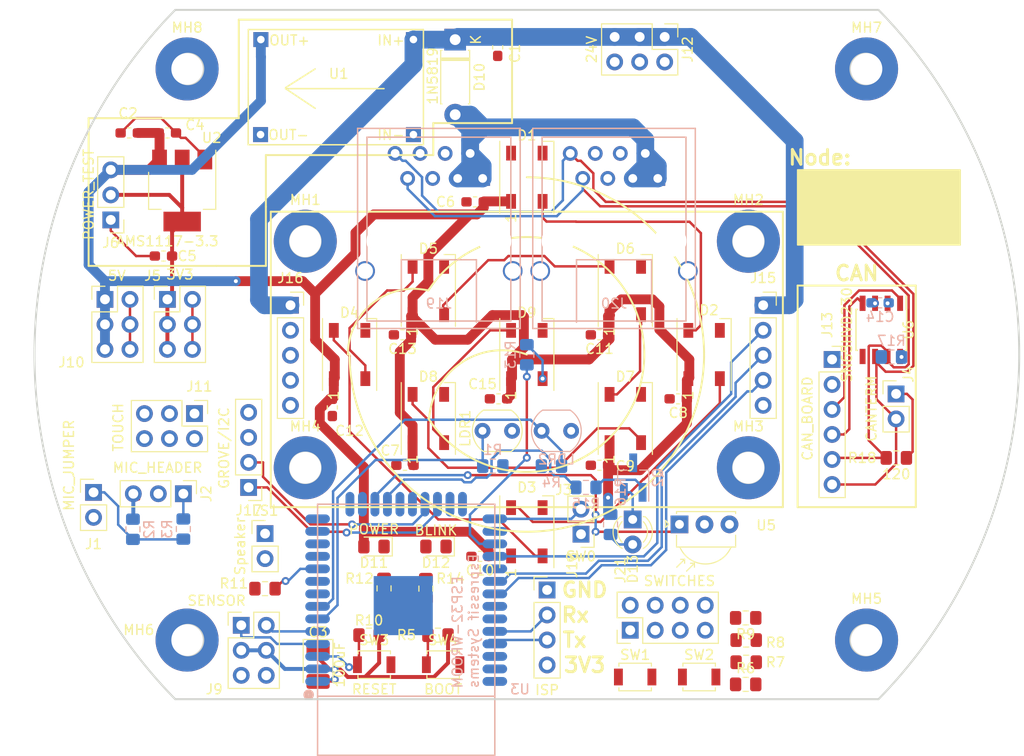
<source format=kicad_pcb>
(kicad_pcb (version 20171130) (host pcbnew "(5.0.0)")
  (layers (0 F.Cu signal) (31 B.Cu signal) (34 B.Paste user) (35 F.Paste user) (36 B.SilkS user) (37 F.SilkS user) (38 B.Mask user) (39 F.Mask user) (44 Edge.Cuts user))
  (net 0 "")
  (net 1 CANH)
  (net 2 CRX)
  (net 3 CTX)
  (net 4 CANGND)
  (net 5 VCC)
  (net 6 BLUE)
  (net 7 GREEN)
  (net 8 RED)
  (net 9 +24V)
  (net 10 CANV)
  (net 11 SW0)
  (net 12 TOUCH3)
  (net 13 SCL)
  (net 14 SDA)
  (net 15 IR_RX)
  (net 16 FLDR)
  (net 17 RLDR)
  (net 18 TOUCH5)
  (net 19 SPEAKER)
  (net 20 SW2)
  (net 21 SW1)
  (net 22 SW4)
  (net 23 SW3)
  (net 24 VN)
  (net 25 VP)
  (net 26 EN)
  (net 27 +5V)
  (net 28 "Net-(D2-Pad2)")
  (net 29 "Net-(D4-Pad2)")
  (net 30 "Net-(D9-Pad2)")
  (net 31 "Net-(MH6-Pad1)")
  (net 32 "Net-(D1-Pad2)")
  (net 33 "Net-(D3-Pad2)")
  (net 34 "Net-(D13-Pad1)")
  (net 35 "Net-(D13-Pad2)")
  (net 36 "Net-(D1-Pad4)")
  (net 37 "Net-(D5-Pad2)")
  (net 38 TX)
  (net 39 RX)
  (net 40 "Net-(U3-Pad32)")
  (net 41 PIXELS)
  (net 42 "Net-(U3-Pad20)")
  (net 43 "Net-(U3-Pad19)")
  (net 44 "Net-(U3-Pad11)")
  (net 45 "Net-(U6-Pad5)")
  (net 46 CANL)
  (net 47 "Net-(R17-Pad1)")
  (net 48 "Net-(D11-Pad1)")
  (net 49 "Net-(D12-Pad2)")
  (net 50 "Net-(J1-Pad1)")
  (net 51 "Net-(J2-Pad1)")
  (net 52 "Net-(D6-Pad2)")
  (net 53 "Net-(D7-Pad2)")
  (net 54 "Net-(D8-Pad2)")
  (net 55 "Net-(J4-Pad1)")
  (net 56 "Net-(Q1-Pad1)")
  (net 57 BLINK)
  (net 58 IR_TX)
  (net 59 "Net-(Q2-Pad1)")
  (net 60 "Net-(U3-Pad24)")
  (net 61 "Net-(U3-Pad14)")
  (net 62 "Net-(U3-Pad9)")
  (net 63 "Net-(U3-Pad8)")
  (net 64 "Net-(LS1-Pad1)")
  (module ESP32-footprints-Lib:ESP32-WROOM (layer B.Cu) (at 136.25 132.95 180)
    (fp_text reference U3 (at -11.557 -6.05 180) (layer B.SilkS) (effects (justify mirror)))
    (fp_text value ESP32-WROOM)
    (fp_text user "Espressif Systems" (at -6.858 0.889 90) (layer B.SilkS) (effects (justify mirror)))
    (fp_text user ESP32-WROOM (at -5.207 -0.254 90) (layer B.SilkS) (effects (justify mirror)))
    (pad 38 smd oval (at -9 -5.25 180) (size 2.5 0.9) (layers B.Cu B.Paste B.Mask) (net 4 CANGND))
    (pad 37 smd oval (at -9 -3.98 180) (size 2.5 0.9) (layers B.Cu B.Paste B.Mask) (net 21 SW1))
    (pad 36 smd oval (at -9 -2.71 180) (size 2.5 0.9) (layers B.Cu B.Paste B.Mask) (net 57 BLINK))
    (pad 35 smd oval (at -9 -1.44 180) (size 2.5 0.9) (layers B.Cu B.Paste B.Mask) (net 38 TX))
    (pad 34 smd oval (at -9 -0.17 180) (size 2.5 0.9) (layers B.Cu B.Paste B.Mask) (net 39 RX))
    (pad 33 smd oval (at -9 1.1 180) (size 2.5 0.9) (layers B.Cu B.Paste B.Mask) (net 20 SW2))
    (pad 32 smd oval (at -9 2.37 180) (size 2.5 0.9) (layers B.Cu B.Paste B.Mask) (net 40 "Net-(U3-Pad32)"))
    (pad 31 smd oval (at -9 3.64 180) (size 2.5 0.9) (layers B.Cu B.Paste B.Mask) (net 6 BLUE))
    (pad 30 smd oval (at -9 4.91 180) (size 2.5 0.9) (layers B.Cu B.Paste B.Mask) (net 7 GREEN))
    (pad 29 smd oval (at -9 6.18 180) (size 2.5 0.9) (layers B.Cu B.Paste B.Mask) (net 3 CTX))
    (pad 28 smd oval (at -9 7.45 180) (size 2.5 0.9) (layers B.Cu B.Paste B.Mask) (net 8 RED))
    (pad 27 smd oval (at -9 8.72 180) (size 2.5 0.9) (layers B.Cu B.Paste B.Mask) (net 41 PIXELS))
    (pad 26 smd oval (at -9 9.99 180) (size 2.5 0.9) (layers B.Cu B.Paste B.Mask) (net 2 CRX))
    (pad 25 smd oval (at -9 11.26 180) (size 2.5 0.9) (layers B.Cu B.Paste B.Mask) (net 11 SW0))
    (pad 24 smd oval (at -5.715 12.75 180) (size 0.9 2.5) (layers B.Cu B.Paste B.Mask) (net 60 "Net-(U3-Pad24)"))
    (pad 23 smd oval (at -4.445 12.75 180) (size 0.9 2.5) (layers B.Cu B.Paste B.Mask) (net 12 TOUCH3))
    (pad 22 smd oval (at -3.175 12.75 180) (size 0.9 2.5) (layers B.Cu B.Paste B.Mask) (net 13 SCL))
    (pad 21 smd oval (at -1.905 12.75 180) (size 0.9 2.5) (layers B.Cu B.Paste B.Mask) (net 14 SDA))
    (pad 20 smd oval (at -0.635 12.75 180) (size 0.9 2.5) (layers B.Cu B.Paste B.Mask) (net 42 "Net-(U3-Pad20)"))
    (pad 19 smd oval (at 0.635 12.75 180) (size 0.9 2.5) (layers B.Cu B.Paste B.Mask) (net 43 "Net-(U3-Pad19)"))
    (pad 18 smd oval (at 1.905 12.75 180) (size 0.9 2.5) (layers B.Cu B.Paste B.Mask) (net 58 IR_TX))
    (pad 17 smd oval (at 3.175 12.75 180) (size 0.9 2.5) (layers B.Cu B.Paste B.Mask) (net 15 IR_RX))
    (pad 16 smd oval (at 4.445 12.75 180) (size 0.9 2.5) (layers B.Cu B.Paste B.Mask) (net 23 SW3))
    (pad 15 smd oval (at 5.715 12.75 180) (size 0.9 2.5) (layers B.Cu B.Paste B.Mask) (net 4 CANGND))
    (pad 14 smd oval (at 9 11.26 180) (size 2.5 0.9) (layers B.Cu B.Paste B.Mask) (net 61 "Net-(U3-Pad14)"))
    (pad 13 smd oval (at 9 9.99 180) (size 2.5 0.9) (layers B.Cu B.Paste B.Mask) (net 18 TOUCH5))
    (pad 12 smd oval (at 9 8.72 180) (size 2.5 0.9) (layers B.Cu B.Paste B.Mask) (net 22 SW4))
    (pad 11 smd oval (at 9 7.45 180) (size 2.5 0.9) (layers B.Cu B.Paste B.Mask) (net 44 "Net-(U3-Pad11)"))
    (pad 10 smd oval (at 9 6.18 180) (size 2.5 0.9) (layers B.Cu B.Paste B.Mask) (net 19 SPEAKER))
    (pad 9 smd oval (at 9 4.91 180) (size 2.5 0.9) (layers B.Cu B.Paste B.Mask) (net 62 "Net-(U3-Pad9)"))
    (pad 8 smd oval (at 9 3.64 180) (size 2.5 0.9) (layers B.Cu B.Paste B.Mask) (net 63 "Net-(U3-Pad8)"))
    (pad 7 smd oval (at 9 2.37 180) (size 2.5 0.9) (layers B.Cu B.Paste B.Mask) (net 17 RLDR))
    (pad 6 smd oval (at 9 1.1 180) (size 2.5 0.9) (layers B.Cu B.Paste B.Mask) (net 16 FLDR))
    (pad 5 smd oval (at 9 -0.17 180) (size 2.5 0.9) (layers B.Cu B.Paste B.Mask) (net 24 VN))
    (pad 4 smd oval (at 9 -1.44 180) (size 2.5 0.9) (layers B.Cu B.Paste B.Mask) (net 25 VP))
    (pad 3 smd oval (at 9 -2.71 180) (size 2.5 0.9) (layers B.Cu B.Paste B.Mask) (net 26 EN))
    (pad 2 smd oval (at 9 -3.98 180) (size 2.5 0.9) (layers B.Cu B.Paste B.Mask) (net 5 VCC))
    (pad 1 smd oval (at 9 -5.25 180) (size 2.5 0.9) (layers B.Cu B.Paste B.Mask) (net 4 CANGND))
    (pad 39 smd rect (at 0.3 2.45 180) (size 6 6) (layers B.Cu B.Paste B.Mask) (net 4 CANGND))
  )
  (module LED_SMD:LED_WS2812B_PLCC4_5.0x5.0mm_P3.2mm (layer F.Cu) (at 148.5 87 90)
    (fp_text reference D1 (at 4.25 0 180) (layer F.SilkS))
    (fp_text value WS2812B)
    (fp_text user 1 (at -4.15 -1.6 90) (layer F.SilkS))
    (pad 1 smd rect (at -2.45 -1.6 90) (size 1.5 1) (layers F.Cu F.Paste F.Mask) (net 27 +5V))
    (pad 2 smd rect (at -2.45 1.6 90) (size 1.5 1) (layers F.Cu F.Paste F.Mask) (net 32 "Net-(D1-Pad2)"))
    (pad 4 smd rect (at 2.45 -1.6 90) (size 1.5 1) (layers F.Cu F.Paste F.Mask) (net 36 "Net-(D1-Pad4)"))
    (pad 3 smd rect (at 2.45 1.6 90) (size 1.5 1) (layers F.Cu F.Paste F.Mask) (net 4 CANGND))
  )
  (module mini360:MINI-360 (layer F.Cu) (at 138 72 180)
    (fp_text reference U1 (at 8.6 -4.5 180) (layer F.SilkS))
    (fp_text value MINI-360)
    (fp_text user IN+ (at 3.3 -1.1 180) (layer F.SilkS))
    (fp_text user IN- (at 3.3 -10.7 180) (layer F.SilkS))
    (fp_text user OUT- (at 13.7 -10.7 180) (layer F.SilkS))
    (fp_text user OUT+ (at 13.6 -1.1 180) (layer F.SilkS))
    (pad 3 thru_hole rect (at 16.541 -10.668 180) (size 1.524 1.524) (drill 0.762) (layers *.Cu *.Mask) (net 4 CANGND))
    (pad 4 thru_hole rect (at 16.51 -1.016 180) (size 1.524 1.524) (drill 0.762) (layers *.Cu *.Mask) (net 27 +5V))
    (pad 1 thru_hole rect (at 1.016 -1.016 180) (size 1.524 1.524) (drill 0.762) (layers *.Cu *.Mask) (net 9 +24V))
    (pad 2 thru_hole rect (at 1.016 -10.668 180) (size 1.524 1.524) (drill 0.762) (layers *.Cu *.Mask) (net 4 CANGND))
  )
  (module RJ45:RJ45_GENERIC (layer B.Cu) (at 139.571 93.47 180)
    (fp_text reference J19 (at 0 -6.35 180) (layer B.SilkS) (effects (justify mirror)))
    (fp_text value CAN_IN)
    (pad SH thru_hole circle (at 7.495 -3.05 180) (size 2 2) (drill 1.6) (layers *.Cu *.Mask) (net 4 CANGND))
    (pad SH thru_hole circle (at -7.495 -3.05 180) (size 2 2) (drill 1.6) (layers *.Cu *.Mask) (net 4 CANGND))
    (pad "" np_thru_hole circle (at -5.715 0 180) (size 3.25 3.25) (drill 3.25) (layers *.Cu *.Mask))
    (pad "" np_thru_hole circle (at 5.715 0 180) (size 3.25 3.25) (drill 3.25) (layers *.Cu *.Mask))
    (pad 8 thru_hole circle (at 4.445 8.89 180) (size 1.5 1.5) (drill 0.89) (layers *.Cu *.Mask) (net 46 CANL))
    (pad 6 thru_hole circle (at 1.905 8.89 180) (size 1.5 1.5) (drill 0.89) (layers *.Cu *.Mask) (net 4 CANGND))
    (pad 4 thru_hole circle (at -0.635 8.89 180) (size 1.5 1.5) (drill 0.89) (layers *.Cu *.Mask) (net 4 CANGND))
    (pad 2 thru_hole circle (at -3.175 8.89 180) (size 1.5 1.5) (drill 0.89) (layers *.Cu *.Mask) (net 10 CANV))
    (pad 7 thru_hole circle (at 3.175 6.35 180) (size 1.5 1.5) (drill 0.89) (layers *.Cu *.Mask) (net 1 CANH))
    (pad 5 thru_hole circle (at 0.635 6.35 180) (size 1.5 1.5) (drill 0.89) (layers *.Cu *.Mask) (net 4 CANGND))
    (pad 3 thru_hole circle (at -1.905 6.35 180) (size 1.5 1.5) (drill 0.89) (layers *.Cu *.Mask) (net 10 CANV))
    (pad 1 thru_hole rect (at -4.445 6.35 180) (size 1.5 1.5) (drill 0.89) (layers *.Cu *.Mask) (net 10 CANV))
  )
  (module RJ45:RJ45_GENERIC (layer B.Cu) (at 157.355 93.47 180)
    (fp_text reference J20 (at 0 -6.35 180) (layer B.SilkS) (effects (justify mirror)))
    (fp_text value CAN_OUT)
    (pad SH thru_hole circle (at 7.495 -3.05 180) (size 2 2) (drill 1.6) (layers *.Cu *.Mask) (net 4 CANGND))
    (pad SH thru_hole circle (at -7.495 -3.05 180) (size 2 2) (drill 1.6) (layers *.Cu *.Mask) (net 4 CANGND))
    (pad "" np_thru_hole circle (at -5.715 0 180) (size 3.25 3.25) (drill 3.25) (layers *.Cu *.Mask))
    (pad "" np_thru_hole circle (at 5.715 0 180) (size 3.25 3.25) (drill 3.25) (layers *.Cu *.Mask))
    (pad 8 thru_hole circle (at 4.445 8.89 180) (size 1.5 1.5) (drill 0.89) (layers *.Cu *.Mask) (net 46 CANL))
    (pad 6 thru_hole circle (at 1.905 8.89 180) (size 1.5 1.5) (drill 0.89) (layers *.Cu *.Mask) (net 4 CANGND))
    (pad 4 thru_hole circle (at -0.635 8.89 180) (size 1.5 1.5) (drill 0.89) (layers *.Cu *.Mask) (net 4 CANGND))
    (pad 2 thru_hole circle (at -3.175 8.89 180) (size 1.5 1.5) (drill 0.89) (layers *.Cu *.Mask) (net 10 CANV))
    (pad 7 thru_hole circle (at 3.175 6.35 180) (size 1.5 1.5) (drill 0.89) (layers *.Cu *.Mask) (net 1 CANH))
    (pad 5 thru_hole circle (at 0.635 6.35 180) (size 1.5 1.5) (drill 0.89) (layers *.Cu *.Mask) (net 4 CANGND))
    (pad 3 thru_hole circle (at -1.905 6.35 180) (size 1.5 1.5) (drill 0.89) (layers *.Cu *.Mask) (net 10 CANV))
    (pad 1 thru_hole rect (at -4.445 6.35 180) (size 1.5 1.5) (drill 0.89) (layers *.Cu *.Mask) (net 10 CANV))
  )
  (module Diode_THT:D_DO-41_SOD81_P7.62mm_Horizontal (layer F.Cu) (at 141.224 73.025 270)
    (fp_text reference D10 (at 3.81 -2.47 270) (layer F.SilkS))
    (fp_text value 1N5819 (at 3.683 2.286 270) (layer F.SilkS))
    (fp_text user K (at 0 -2.1 270) (layer F.SilkS))
    (pad 2 thru_hole oval (at 7.62 0 270) (size 2.2 2.2) (drill 1.1) (layers *.Cu *.Mask) (net 10 CANV))
    (pad 1 thru_hole rect (at 0 0 270) (size 2.2 2.2) (drill 1.1) (layers *.Cu *.Mask) (net 9 +24V))
  )
  (module MountingHole:MountingHole_3.2mm_M3_Pad (layer F.Cu) (at 114 134)
    (fp_text reference MH6 (at -4.907 -1.031) (layer F.SilkS))
    (fp_text value TOUCH5)
    (pad 1 thru_hole circle (at 0 0) (size 6.4 6.4) (drill 3.2) (layers *.Cu *.Mask) (net 31 "Net-(MH6-Pad1)"))
  )
  (module LED_THT:LED_D3.0mm_IRBlack (layer F.Cu) (at 159.25 121.75 270)
    (fp_text reference D13 (at 5.04 0 270) (layer F.SilkS))
    (fp_text value IRLED)
    (pad 2 thru_hole circle (at 2.54 0 270) (size 1.8 1.8) (drill 0.9) (layers *.Cu *.Mask) (net 35 "Net-(D13-Pad2)"))
    (pad 1 thru_hole rect (at 0 0 270) (size 1.8 1.8) (drill 0.9) (layers *.Cu *.Mask) (net 34 "Net-(D13-Pad1)"))
  )
  (module LED_SMD:LED_WS2812B_PLCC4_5.0x5.0mm_P3.2mm (layer F.Cu) (at 148.5 123 90)
    (fp_text reference D3 (at 4.5 0 180) (layer F.SilkS))
    (fp_text value WS2812B)
    (fp_text user 1 (at -4.15 -1.6 90) (layer F.SilkS))
    (pad 1 smd rect (at -2.45 -1.6 90) (size 1.5 1) (layers F.Cu F.Paste F.Mask) (net 27 +5V))
    (pad 2 smd rect (at -2.45 1.6 90) (size 1.5 1) (layers F.Cu F.Paste F.Mask) (net 33 "Net-(D3-Pad2)"))
    (pad 4 smd rect (at 2.45 -1.6 90) (size 1.5 1) (layers F.Cu F.Paste F.Mask) (net 28 "Net-(D2-Pad2)"))
    (pad 3 smd rect (at 2.45 1.6 90) (size 1.5 1) (layers F.Cu F.Paste F.Mask) (net 4 CANGND))
  )
  (module LED_SMD:LED_WS2812B_PLCC4_5.0x5.0mm_P3.2mm (layer F.Cu) (at 138.5 98.5 90)
    (fp_text reference D5 (at 4.25 0 180) (layer F.SilkS))
    (fp_text value WS2812B)
    (fp_text user 1 (at -4.15 -1.6 90) (layer F.SilkS))
    (pad 1 smd rect (at -2.45 -1.6 90) (size 1.5 1) (layers F.Cu F.Paste F.Mask) (net 27 +5V))
    (pad 2 smd rect (at -2.45 1.6 90) (size 1.5 1) (layers F.Cu F.Paste F.Mask) (net 37 "Net-(D5-Pad2)"))
    (pad 4 smd rect (at 2.45 -1.6 90) (size 1.5 1) (layers F.Cu F.Paste F.Mask) (net 29 "Net-(D4-Pad2)"))
    (pad 3 smd rect (at 2.45 1.6 90) (size 1.5 1) (layers F.Cu F.Paste F.Mask) (net 4 CANGND))
  )
  (module LED_SMD:LED_WS2812B_PLCC4_5.0x5.0mm_P3.2mm (layer F.Cu) (at 158.5 98.5 90)
    (fp_text reference D6 (at 4.25 0 180) (layer F.SilkS))
    (fp_text value WS2812B)
    (fp_text user 1 (at -4.15 -1.6 90) (layer F.SilkS))
    (pad 1 smd rect (at -2.45 -1.6 90) (size 1.5 1) (layers F.Cu F.Paste F.Mask) (net 27 +5V))
    (pad 2 smd rect (at -2.45 1.6 90) (size 1.5 1) (layers F.Cu F.Paste F.Mask) (net 52 "Net-(D6-Pad2)"))
    (pad 4 smd rect (at 2.45 -1.6 90) (size 1.5 1) (layers F.Cu F.Paste F.Mask) (net 37 "Net-(D5-Pad2)"))
    (pad 3 smd rect (at 2.45 1.6 90) (size 1.5 1) (layers F.Cu F.Paste F.Mask) (net 4 CANGND))
  )
  (module Opto-Devices:Resistor_LDR_5x4.1_RM3 (layer F.Cu) (at 144 112.75)
    (fp_text reference LDR1 (at -1.75 -0.25 90) (layer F.SilkS))
    (fp_text value FLDR)
    (pad 1 thru_hole circle (at 0 0) (size 1.6 1.6) (drill 0.8) (layers *.Cu *.Mask) (net 16 FLDR))
    (pad 2 thru_hole circle (at 3 0) (size 1.6 1.6) (drill 0.8) (layers *.Cu *.Mask) (net 4 CANGND))
  )
  (module Opto-Devices:Resistor_LDR_5x4.1_RM3 (layer B.Cu) (at 150 112.75)
    (fp_text reference LDR2 (at 1.5 2.9) (layer B.SilkS) (effects (justify mirror)))
    (fp_text value RLDR)
    (pad 2 thru_hole circle (at 3 0) (size 1.6 1.6) (drill 0.8) (layers *.Cu *.Mask) (net 4 CANGND))
    (pad 1 thru_hole circle (at 0 0) (size 1.6 1.6) (drill 0.8) (layers *.Cu *.Mask) (net 17 RLDR))
  )
  (module LED_SMD:LED_WS2812B_PLCC4_5.0x5.0mm_P3.2mm (layer F.Cu) (at 166.5 105 90)
    (fp_text reference D2 (at 4.5 0.5 180) (layer F.SilkS))
    (fp_text value WS2812B)
    (fp_text user 1 (at -4.15 -1.6 90) (layer F.SilkS))
    (pad 3 smd rect (at 2.45 1.6 90) (size 1.5 1) (layers F.Cu F.Paste F.Mask) (net 4 CANGND))
    (pad 4 smd rect (at 2.45 -1.6 90) (size 1.5 1) (layers F.Cu F.Paste F.Mask) (net 32 "Net-(D1-Pad2)"))
    (pad 2 smd rect (at -2.45 1.6 90) (size 1.5 1) (layers F.Cu F.Paste F.Mask) (net 28 "Net-(D2-Pad2)"))
    (pad 1 smd rect (at -2.45 -1.6 90) (size 1.5 1) (layers F.Cu F.Paste F.Mask) (net 27 +5V))
  )
  (module LED_SMD:LED_WS2812B_PLCC4_5.0x5.0mm_P3.2mm (layer F.Cu) (at 130.5 105 90)
    (fp_text reference D4 (at 4.25 0 180) (layer F.SilkS))
    (fp_text value WS2812B)
    (fp_text user 1 (at -4.15 -1.6 90) (layer F.SilkS))
    (pad 1 smd rect (at -2.45 -1.6 90) (size 1.5 1) (layers F.Cu F.Paste F.Mask) (net 27 +5V))
    (pad 2 smd rect (at -2.45 1.6 90) (size 1.5 1) (layers F.Cu F.Paste F.Mask) (net 29 "Net-(D4-Pad2)"))
    (pad 4 smd rect (at 2.45 -1.6 90) (size 1.5 1) (layers F.Cu F.Paste F.Mask) (net 33 "Net-(D3-Pad2)"))
    (pad 3 smd rect (at 2.45 1.6 90) (size 1.5 1) (layers F.Cu F.Paste F.Mask) (net 4 CANGND))
  )
  (module LED_SMD:LED_WS2812B_PLCC4_5.0x5.0mm_P3.2mm (layer F.Cu) (at 158.5 111.5 90)
    (fp_text reference D7 (at 4.25 0 180) (layer F.SilkS))
    (fp_text value WS2812B)
    (fp_text user 1 (at -4.15 -1.6 90) (layer F.SilkS))
    (pad 3 smd rect (at 2.45 1.6 90) (size 1.5 1) (layers F.Cu F.Paste F.Mask) (net 4 CANGND))
    (pad 4 smd rect (at 2.45 -1.6 90) (size 1.5 1) (layers F.Cu F.Paste F.Mask) (net 52 "Net-(D6-Pad2)"))
    (pad 2 smd rect (at -2.45 1.6 90) (size 1.5 1) (layers F.Cu F.Paste F.Mask) (net 53 "Net-(D7-Pad2)"))
    (pad 1 smd rect (at -2.45 -1.6 90) (size 1.5 1) (layers F.Cu F.Paste F.Mask) (net 27 +5V))
  )
  (module LED_SMD:LED_WS2812B_PLCC4_5.0x5.0mm_P3.2mm (layer F.Cu) (at 138.5 111.5 90)
    (fp_text reference D8 (at 4.25 0 180) (layer F.SilkS))
    (fp_text value WS2812B)
    (fp_text user 1 (at -4.15 -1.6 90) (layer F.SilkS))
    (pad 1 smd rect (at -2.45 -1.6 90) (size 1.5 1) (layers F.Cu F.Paste F.Mask) (net 27 +5V))
    (pad 2 smd rect (at -2.45 1.6 90) (size 1.5 1) (layers F.Cu F.Paste F.Mask) (net 54 "Net-(D8-Pad2)"))
    (pad 4 smd rect (at 2.45 -1.6 90) (size 1.5 1) (layers F.Cu F.Paste F.Mask) (net 53 "Net-(D7-Pad2)"))
    (pad 3 smd rect (at 2.45 1.6 90) (size 1.5 1) (layers F.Cu F.Paste F.Mask) (net 4 CANGND))
  )
  (module LED_SMD:LED_WS2812B_PLCC4_5.0x5.0mm_P3.2mm (layer F.Cu) (at 148.5 105 90)
    (fp_text reference D9 (at 4.25 0 180) (layer F.SilkS))
    (fp_text value WS2812B)
    (fp_text user 1 (at -4.15 -1.6 90) (layer F.SilkS))
    (pad 3 smd rect (at 2.45 1.6 90) (size 1.5 1) (layers F.Cu F.Paste F.Mask) (net 4 CANGND))
    (pad 4 smd rect (at 2.45 -1.6 90) (size 1.5 1) (layers F.Cu F.Paste F.Mask) (net 54 "Net-(D8-Pad2)"))
    (pad 2 smd rect (at -2.45 1.6 90) (size 1.5 1) (layers F.Cu F.Paste F.Mask) (net 30 "Net-(D9-Pad2)"))
    (pad 1 smd rect (at -2.45 -1.6 90) (size 1.5 1) (layers F.Cu F.Paste F.Mask) (net 27 +5V))
  )
  (module Connector_PinHeader_2.54mm:PinHeader_2x03_P2.54mm_Vertical (layer F.Cu) (at 119.5 132.5)
    (fp_text reference J9 (at -2.75 6.5) (layer F.SilkS))
    (fp_text value SENSOR (at -2.5 -2.5) (layer F.SilkS))
    (pad 1 thru_hole rect (at 0 0) (size 1.7 1.7) (drill 1) (layers *.Cu *.Mask) (net 25 VP))
    (pad 2 thru_hole oval (at 2.54 0) (size 1.7 1.7) (drill 1) (layers *.Cu *.Mask) (net 24 VN))
    (pad 3 thru_hole oval (at 0 2.54) (size 1.7 1.7) (drill 1) (layers *.Cu *.Mask) (net 5 VCC))
    (pad 4 thru_hole oval (at 2.54 2.54) (size 1.7 1.7) (drill 1) (layers *.Cu *.Mask) (net 5 VCC))
    (pad 5 thru_hole oval (at 0 5.08) (size 1.7 1.7) (drill 1) (layers *.Cu *.Mask) (net 4 CANGND))
    (pad 6 thru_hole oval (at 2.54 5.08) (size 1.7 1.7) (drill 1) (layers *.Cu *.Mask) (net 4 CANGND))
  )
  (module Connector_PinHeader_2.54mm:PinHeader_2x03_P2.54mm_Vertical (layer F.Cu) (at 114.75 111 270)
    (fp_text reference J11 (at -2.75 -0.5) (layer F.SilkS))
    (fp_text value TOUCH (at 1.397 7.747 270) (layer F.SilkS))
    (pad 6 thru_hole oval (at 2.54 5.08 270) (size 1.7 1.7) (drill 1) (layers *.Cu *.Mask) (net 4 CANGND))
    (pad 5 thru_hole oval (at 0 5.08 270) (size 1.7 1.7) (drill 1) (layers *.Cu *.Mask) (net 4 CANGND))
    (pad 4 thru_hole oval (at 2.54 2.54 270) (size 1.7 1.7) (drill 1) (layers *.Cu *.Mask) (net 5 VCC))
    (pad 3 thru_hole oval (at 0 2.54 270) (size 1.7 1.7) (drill 1) (layers *.Cu *.Mask) (net 5 VCC))
    (pad 2 thru_hole oval (at 2.54 0 270) (size 1.7 1.7) (drill 1) (layers *.Cu *.Mask) (net 12 TOUCH3))
    (pad 1 thru_hole rect (at 0 0 270) (size 1.7 1.7) (drill 1) (layers *.Cu *.Mask) (net 18 TOUCH5))
  )
  (module Connector_PinHeader_2.54mm:PinHeader_2x04_P2.54mm_Vertical (layer F.Cu) (at 159 133 90)
    (fp_text reference J21 (at 6.1 -1 90) (layer F.SilkS))
    (fp_text value SWITCHES (at 5 5) (layer F.SilkS))
    (pad 1 thru_hole rect (at 0 0 90) (size 1.7 1.7) (drill 1) (layers *.Cu *.Mask) (net 21 SW1))
    (pad 2 thru_hole oval (at 2.54 0 90) (size 1.7 1.7) (drill 1) (layers *.Cu *.Mask) (net 4 CANGND))
    (pad 3 thru_hole oval (at 0 2.54 90) (size 1.7 1.7) (drill 1) (layers *.Cu *.Mask) (net 20 SW2))
    (pad 4 thru_hole oval (at 2.54 2.54 90) (size 1.7 1.7) (drill 1) (layers *.Cu *.Mask) (net 4 CANGND))
    (pad 5 thru_hole oval (at 0 5.08 90) (size 1.7 1.7) (drill 1) (layers *.Cu *.Mask) (net 23 SW3))
    (pad 6 thru_hole oval (at 2.54 5.08 90) (size 1.7 1.7) (drill 1) (layers *.Cu *.Mask) (net 4 CANGND))
    (pad 7 thru_hole oval (at 0 7.62 90) (size 1.7 1.7) (drill 1) (layers *.Cu *.Mask) (net 22 SW4))
    (pad 8 thru_hole oval (at 2.54 7.62 90) (size 1.7 1.7) (drill 1) (layers *.Cu *.Mask) (net 4 CANGND))
  )
  (module Package_SO:SOIC-8_3.9x4.9mm_P1.27mm (layer F.Cu) (at 184.5 102.5 270)
    (fp_text reference U6 (at 0 -2.75 270) (layer F.SilkS))
    (fp_text value SN65HVD230 (at 0.5 3.5 90) (layer F.SilkS))
    (pad 1 smd rect (at -2.7 -1.905 270) (size 1.55 0.6) (layers F.Cu F.Paste F.Mask) (net 3 CTX))
    (pad 2 smd rect (at -2.7 -0.635 270) (size 1.55 0.6) (layers F.Cu F.Paste F.Mask) (net 4 CANGND))
    (pad 3 smd rect (at -2.7 0.635 270) (size 1.55 0.6) (layers F.Cu F.Paste F.Mask) (net 5 VCC))
    (pad 4 smd rect (at -2.7 1.905 270) (size 1.55 0.6) (layers F.Cu F.Paste F.Mask) (net 2 CRX))
    (pad 5 smd rect (at 2.7 1.905 270) (size 1.55 0.6) (layers F.Cu F.Paste F.Mask) (net 45 "Net-(U6-Pad5)"))
    (pad 6 smd rect (at 2.7 0.635 270) (size 1.55 0.6) (layers F.Cu F.Paste F.Mask) (net 46 CANL))
    (pad 7 smd rect (at 2.7 -0.635 270) (size 1.55 0.6) (layers F.Cu F.Paste F.Mask) (net 1 CANH))
    (pad 8 smd rect (at 2.7 -1.905 270) (size 1.55 0.6) (layers F.Cu F.Paste F.Mask) (net 47 "Net-(R17-Pad1)"))
  )
  (module Capacitor_SMD:C_0603_1608Metric_Pad1.05x0.95mm_HandSolder (layer F.Cu) (at 145.542 73.801 270)
    (fp_text reference C1 (at 0.625 -1.75 270) (layer F.SilkS))
    (fp_text value 10uF)
    (pad 1 smd roundrect (at -0.875 0 270) (size 1.05 0.95) (layers F.Cu F.Paste F.Mask) (net 9 +24V))
    (pad 2 smd roundrect (at 0.875 0 270) (size 1.05 0.95) (layers F.Cu F.Paste F.Mask) (net 4 CANGND))
  )
  (module Capacitor_SMD:C_0603_1608Metric_Pad1.05x0.95mm_HandSolder (layer F.Cu) (at 108.125 82.5 180)
    (fp_text reference C2 (at 0.125 2) (layer F.SilkS))
    (fp_text value 10uF)
    (pad 2 smd roundrect (at 0.875 0 180) (size 1.05 0.95) (layers F.Cu F.Paste F.Mask) (net 4 CANGND))
    (pad 1 smd roundrect (at -0.875 0 180) (size 1.05 0.95) (layers F.Cu F.Paste F.Mask) (net 27 +5V))
  )
  (module Capacitor_SMD:C_0603_1608Metric_Pad1.05x0.95mm_HandSolder (layer F.Cu) (at 112 82.5)
    (fp_text reference C4 (at 2.8 -0.8) (layer F.SilkS))
    (fp_text value 10uF)
    (pad 1 smd roundrect (at -0.875 0) (size 1.05 0.95) (layers F.Cu F.Paste F.Mask) (net 27 +5V))
    (pad 2 smd roundrect (at 0.875 0) (size 1.05 0.95) (layers F.Cu F.Paste F.Mask) (net 4 CANGND))
  )
  (module Capacitor_SMD:C_0603_1608Metric_Pad1.05x0.95mm_HandSolder (layer F.Cu) (at 111.6 95 180)
    (fp_text reference C5 (at -2.4 0 180) (layer F.SilkS))
    (fp_text value 10uF)
    (pad 2 smd roundrect (at 0.875 0 180) (size 1.05 0.95) (layers F.Cu F.Paste F.Mask) (net 4 CANGND))
    (pad 1 smd roundrect (at -0.875 0 180) (size 1.05 0.95) (layers F.Cu F.Paste F.Mask) (net 5 VCC))
  )
  (module Capacitor_SMD:C_0603_1608Metric_Pad1.05x0.95mm_HandSolder (layer F.Cu) (at 143.25 89.5 180)
    (fp_text reference C6 (at 3 0 180) (layer F.SilkS))
    (fp_text value 100nF)
    (pad 1 smd roundrect (at -0.875 0 180) (size 1.05 0.95) (layers F.Cu F.Paste F.Mask) (net 27 +5V))
    (pad 2 smd roundrect (at 0.875 0 180) (size 1.05 0.95) (layers F.Cu F.Paste F.Mask) (net 4 CANGND))
  )
  (module Capacitor_SMD:C_0603_1608Metric_Pad1.05x0.95mm_HandSolder (layer F.Cu) (at 136.125 116.25 180)
    (fp_text reference C7 (at 1.5 1.5 180) (layer F.SilkS))
    (fp_text value 100nF)
    (pad 2 smd roundrect (at 0.875 0 180) (size 1.05 0.95) (layers F.Cu F.Paste F.Mask) (net 4 CANGND))
    (pad 1 smd roundrect (at -0.875 0 180) (size 1.05 0.95) (layers F.Cu F.Paste F.Mask) (net 27 +5V))
  )
  (module Capacitor_SMD:C_0603_1608Metric_Pad1.05x0.95mm_HandSolder (layer F.Cu) (at 163.875 109.5 180)
    (fp_text reference C8 (at 0 -1.43 180) (layer F.SilkS))
    (fp_text value 100nF)
    (pad 2 smd roundrect (at 0.875 0 180) (size 1.05 0.95) (layers F.Cu F.Paste F.Mask) (net 4 CANGND))
    (pad 1 smd roundrect (at -0.875 0 180) (size 1.05 0.95) (layers F.Cu F.Paste F.Mask) (net 27 +5V))
  )
  (module Capacitor_SMD:C_0603_1608Metric_Pad1.05x0.95mm_HandSolder (layer F.Cu) (at 155.875 116.25 180)
    (fp_text reference C9 (at -2.621 -0.082 180) (layer F.SilkS))
    (fp_text value 100nF)
    (pad 1 smd roundrect (at -0.875 0 180) (size 1.05 0.95) (layers F.Cu F.Paste F.Mask) (net 27 +5V))
    (pad 2 smd roundrect (at 0.875 0 180) (size 1.05 0.95) (layers F.Cu F.Paste F.Mask) (net 4 CANGND))
  )
  (module Capacitor_SMD:C_0603_1608Metric_Pad1.05x0.95mm_HandSolder (layer F.Cu) (at 143.75 125.5 180)
    (fp_text reference C10 (at 0 -1.43 180) (layer F.SilkS))
    (fp_text value 100nF)
    (pad 1 smd roundrect (at -0.875 0 180) (size 1.05 0.95) (layers F.Cu F.Paste F.Mask) (net 27 +5V))
    (pad 2 smd roundrect (at 0.875 0 180) (size 1.05 0.95) (layers F.Cu F.Paste F.Mask) (net 4 CANGND))
  )
  (module Capacitor_SMD:C_0603_1608Metric_Pad1.05x0.95mm_HandSolder (layer F.Cu) (at 155.875 103 180)
    (fp_text reference C11 (at 0 -1.43 180) (layer F.SilkS))
    (fp_text value 100nF)
    (pad 2 smd roundrect (at 0.875 0 180) (size 1.05 0.95) (layers F.Cu F.Paste F.Mask) (net 4 CANGND))
    (pad 1 smd roundrect (at -0.875 0 180) (size 1.05 0.95) (layers F.Cu F.Paste F.Mask) (net 27 +5V))
  )
  (module Capacitor_SMD:C_0603_1608Metric_Pad1.05x0.95mm_HandSolder (layer F.Cu) (at 128.75 110.375 270)
    (fp_text reference C12 (at 2.375 -1.75) (layer F.SilkS))
    (fp_text value 100nF)
    (pad 1 smd roundrect (at -0.875 0 270) (size 1.05 0.95) (layers F.Cu F.Paste F.Mask) (net 27 +5V))
    (pad 2 smd roundrect (at 0.875 0 270) (size 1.05 0.95) (layers F.Cu F.Paste F.Mask) (net 4 CANGND))
  )
  (module Capacitor_SMD:C_0603_1608Metric_Pad1.05x0.95mm_HandSolder (layer F.Cu) (at 135.875 103 180)
    (fp_text reference C13 (at 0 -1.43 180) (layer F.SilkS))
    (fp_text value 100nF)
    (pad 2 smd roundrect (at 0.875 0 180) (size 1.05 0.95) (layers F.Cu F.Paste F.Mask) (net 4 CANGND))
    (pad 1 smd roundrect (at -0.875 0 180) (size 1.05 0.95) (layers F.Cu F.Paste F.Mask) (net 27 +5V))
  )
  (module LED_SMD:LED_0805_2012Metric_Pad1.15x1.40mm_HandSolder (layer F.Cu) (at 132.975 124.5 180)
    (fp_text reference D11 (at 0 -1.65 180) (layer F.SilkS))
    (fp_text value POWER (at 0 1.75 180) (layer F.SilkS))
    (pad 2 smd roundrect (at 1.025 0 180) (size 1.15 1.4) (layers F.Cu F.Paste F.Mask) (roundrect_rratio 0.217391) (net 27 +5V))
    (pad 1 smd roundrect (at -1.025 0 180) (size 1.15 1.4) (layers F.Cu F.Paste F.Mask) (roundrect_rratio 0.217391) (net 48 "Net-(D11-Pad1)"))
  )
  (module LED_SMD:LED_0805_2012Metric_Pad1.15x1.40mm_HandSolder (layer F.Cu) (at 139.275 124.5 180)
    (fp_text reference D12 (at 0 -1.65 180) (layer F.SilkS))
    (fp_text value BLINK (at 0 1.65 180) (layer F.SilkS))
    (pad 1 smd roundrect (at -1.025 0 180) (size 1.15 1.4) (layers F.Cu F.Paste F.Mask) (roundrect_rratio 0.217391) (net 4 CANGND))
    (pad 2 smd roundrect (at 1.025 0 180) (size 1.15 1.4) (layers F.Cu F.Paste F.Mask) (roundrect_rratio 0.217391) (net 49 "Net-(D12-Pad2)"))
  )
  (module Connector_PinHeader_2.54mm:PinHeader_1x02_P2.54mm_Vertical (layer F.Cu) (at 104.5 119)
    (fp_text reference J1 (at 0 5.25) (layer F.SilkS))
    (fp_text value MIC_JUMPER (at -2.5 -2.75 90) (layer F.SilkS))
    (pad 1 thru_hole rect (at 0 0) (size 1.7 1.7) (drill 1) (layers *.Cu *.Mask) (net 50 "Net-(J1-Pad1)"))
    (pad 2 thru_hole oval (at 0 2.54) (size 1.7 1.7) (drill 1) (layers *.Cu *.Mask) (net 25 VP))
  )
  (module Connector_PinHeader_2.54mm:PinHeader_1x03_P2.54mm_Vertical (layer F.Cu) (at 113.619 119.139 270)
    (fp_text reference J2 (at 0 -2.33 270) (layer F.SilkS))
    (fp_text value MIC_HEADER (at -2.639 2.619) (layer F.SilkS))
    (pad 1 thru_hole rect (at 0 0 270) (size 1.7 1.7) (drill 1) (layers *.Cu *.Mask) (net 51 "Net-(J2-Pad1)"))
    (pad 2 thru_hole oval (at 0 2.54 270) (size 1.7 1.7) (drill 1) (layers *.Cu *.Mask) (net 4 CANGND))
    (pad 3 thru_hole oval (at 0 5.08 270) (size 1.7 1.7) (drill 1) (layers *.Cu *.Mask) (net 5 VCC))
  )
  (module Connector_PinHeader_2.54mm:PinHeader_1x02_P2.54mm_Vertical (layer F.Cu) (at 154 123.25 180)
    (fp_text reference J3 (at 1.75 4.5) (layer F.SilkS))
    (fp_text value SW0 (at 0 -2.25) (layer F.SilkS))
    (pad 2 thru_hole oval (at 0 2.54 180) (size 1.7 1.7) (drill 1) (layers *.Cu *.Mask) (net 11 SW0))
    (pad 1 thru_hole rect (at 0 0 180) (size 1.7 1.7) (drill 1) (layers *.Cu *.Mask) (net 4 CANGND))
  )
  (module Connector_PinSocket_2.54mm:PinSocket_1x06_P2.54mm_Vertical (layer F.Cu) (at 179.5 105.5)
    (fp_text reference J13 (at -0.5 -3.5 90) (layer F.SilkS))
    (fp_text value CAN_BOARD (at -2.5 6 90) (layer F.SilkS))
    (pad 1 thru_hole rect (at 0 0) (size 1.7 1.7) (drill 1) (layers *.Cu *.Mask) (net 5 VCC))
    (pad 2 thru_hole oval (at 0 2.54) (size 1.7 1.7) (drill 1) (layers *.Cu *.Mask) (net 4 CANGND))
    (pad 3 thru_hole oval (at 0 5.08) (size 1.7 1.7) (drill 1) (layers *.Cu *.Mask) (net 3 CTX))
    (pad 4 thru_hole oval (at 0 7.62) (size 1.7 1.7) (drill 1) (layers *.Cu *.Mask) (net 2 CRX))
    (pad 5 thru_hole oval (at 0 10.16) (size 1.7 1.7) (drill 1) (layers *.Cu *.Mask) (net 1 CANH))
    (pad 6 thru_hole oval (at 0 12.7) (size 1.7 1.7) (drill 1) (layers *.Cu *.Mask) (net 46 CANL))
  )
  (module Connector_PinSocket_2.54mm:PinSocket_1x05_P2.54mm_Vertical (layer F.Cu) (at 172.5 100)
    (fp_text reference J15 (at 0 -2.77) (layer F.SilkS))
    (fp_text value RGB_SHIELD)
    (pad 5 thru_hole oval (at 0 10.16) (size 1.7 1.7) (drill 1) (layers *.Cu *.Mask) (net 4 CANGND))
    (pad 4 thru_hole oval (at 0 7.62) (size 1.7 1.7) (drill 1) (layers *.Cu *.Mask) (net 6 BLUE))
    (pad 3 thru_hole oval (at 0 5.08) (size 1.7 1.7) (drill 1) (layers *.Cu *.Mask) (net 7 GREEN))
    (pad 2 thru_hole oval (at 0 2.54) (size 1.7 1.7) (drill 1) (layers *.Cu *.Mask) (net 8 RED))
    (pad 1 thru_hole rect (at 0 0) (size 1.7 1.7) (drill 1) (layers *.Cu *.Mask) (net 9 +24V))
  )
  (module Connector_PinSocket_2.54mm:PinSocket_1x05_P2.54mm_Vertical (layer F.Cu) (at 124.5 100)
    (fp_text reference J16 (at 0 -2.77) (layer F.SilkS))
    (fp_text value RGB_SHIELD)
    (pad 1 thru_hole rect (at 0 0) (size 1.7 1.7) (drill 1) (layers *.Cu *.Mask) (net 9 +24V))
    (pad 2 thru_hole oval (at 0 2.54) (size 1.7 1.7) (drill 1) (layers *.Cu *.Mask) (net 8 RED))
    (pad 3 thru_hole oval (at 0 5.08) (size 1.7 1.7) (drill 1) (layers *.Cu *.Mask) (net 7 GREEN))
    (pad 4 thru_hole oval (at 0 7.62) (size 1.7 1.7) (drill 1) (layers *.Cu *.Mask) (net 6 BLUE))
    (pad 5 thru_hole oval (at 0 10.16) (size 1.7 1.7) (drill 1) (layers *.Cu *.Mask) (net 4 CANGND))
  )
  (module Connector_PinHeader_2.54mm:PinHeader_1x04_P2.54mm_Vertical (layer F.Cu) (at 120.25 118.5 180)
    (fp_text reference J17 (at 0 -2.33 180) (layer F.SilkS))
    (fp_text value GROVE/I2C (at 2.5 4 90) (layer F.SilkS))
    (pad 4 thru_hole oval (at 0 7.62 180) (size 1.7 1.7) (drill 1) (layers *.Cu *.Mask) (net 4 CANGND))
    (pad 3 thru_hole oval (at 0 5.08 180) (size 1.7 1.7) (drill 1) (layers *.Cu *.Mask) (net 5 VCC))
    (pad 2 thru_hole oval (at 0 2.54 180) (size 1.7 1.7) (drill 1) (layers *.Cu *.Mask) (net 14 SDA))
    (pad 1 thru_hole rect (at 0 0 180) (size 1.7 1.7) (drill 1) (layers *.Cu *.Mask) (net 13 SCL))
  )
  (module Connector_PinHeader_2.54mm:PinHeader_1x04_P2.54mm_Vertical (layer F.Cu) (at 150.56 128.91)
    (fp_text reference J18 (at 2.54 -2.54 90) (layer F.SilkS))
    (fp_text value ISP (at 0 10.16 180) (layer F.SilkS))
    (pad 1 thru_hole rect (at 0 0) (size 1.7 1.7) (drill 1) (layers *.Cu *.Mask) (net 4 CANGND))
    (pad 2 thru_hole oval (at 0 2.54) (size 1.7 1.7) (drill 1) (layers *.Cu *.Mask) (net 39 RX))
    (pad 3 thru_hole oval (at 0 5.08) (size 1.7 1.7) (drill 1) (layers *.Cu *.Mask) (net 38 TX))
    (pad 4 thru_hole oval (at 0 7.62) (size 1.7 1.7) (drill 1) (layers *.Cu *.Mask) (net 5 VCC))
  )
  (module MountingHole:MountingHole_3.2mm_M3_Pad (layer F.Cu) (at 126 93.5)
    (fp_text reference MH1 (at 0 -4.2) (layer F.SilkS))
    (fp_text value GND)
    (pad 1 thru_hole circle (at 0 0) (size 6.4 6.4) (drill 3.2) (layers *.Cu *.Mask) (net 4 CANGND))
  )
  (module MountingHole:MountingHole_3.2mm_M3_Pad (layer F.Cu) (at 171 93.5)
    (fp_text reference MH2 (at 0 -4.2) (layer F.SilkS))
    (fp_text value GND)
    (pad 1 thru_hole circle (at 0 0) (size 6.4 6.4) (drill 3.2) (layers *.Cu *.Mask) (net 4 CANGND))
  )
  (module MountingHole:MountingHole_3.2mm_M3_Pad (layer F.Cu) (at 171 116.5)
    (fp_text reference MH3 (at 0 -4.2) (layer F.SilkS))
    (fp_text value GND)
    (pad 1 thru_hole circle (at 0 0) (size 6.4 6.4) (drill 3.2) (layers *.Cu *.Mask) (net 4 CANGND))
  )
  (module MountingHole:MountingHole_3.2mm_M3_Pad (layer F.Cu) (at 126 116.5)
    (fp_text reference MH4 (at 0 -4.2) (layer F.SilkS))
    (fp_text value GND)
    (pad 1 thru_hole circle (at 0 0) (size 6.4 6.4) (drill 3.2) (layers *.Cu *.Mask) (net 4 CANGND))
  )
  (module MountingHole:MountingHole_3.2mm_M3_Pad (layer F.Cu) (at 183 134)
    (fp_text reference MH5 (at 0 -4.2) (layer F.SilkS))
    (fp_text value TOUCH5)
    (pad 1 thru_hole circle (at 0 0) (size 6.4 6.4) (drill 3.2) (layers *.Cu *.Mask) (net 18 TOUCH5))
  )
  (module MountingHole:MountingHole_3.2mm_M3_Pad (layer F.Cu) (at 183 76)
    (fp_text reference MH7 (at 0 -4.2) (layer F.SilkS))
    (fp_text value TOUCH5)
    (pad 1 thru_hole circle (at 0 0) (size 6.4 6.4) (drill 3.2) (layers *.Cu *.Mask) (net 18 TOUCH5))
  )
  (module MountingHole:MountingHole_3.2mm_M3_Pad (layer F.Cu) (at 114 76)
    (fp_text reference MH8 (at 0 -4.2) (layer F.SilkS))
    (fp_text value TOUCH5)
    (pad 1 thru_hole circle (at 0 0) (size 6.4 6.4) (drill 3.2) (layers *.Cu *.Mask) (net 31 "Net-(MH6-Pad1)"))
  )
  (module Package_TO_SOT_SMD:SOT-223-3_TabPin2 (layer F.Cu) (at 113.5 88.35 270)
    (fp_text reference U2 (at -5.35 -3) (layer F.SilkS))
    (fp_text value AMS1117-3.3 (at 5.15 1.5) (layer F.SilkS))
    (pad 2 smd rect (at 3.15 0 270) (size 2 3.8) (layers F.Cu F.Paste F.Mask) (net 5 VCC))
    (pad 2 smd rect (at -3.15 0 270) (size 2 1.5) (layers F.Cu F.Paste F.Mask) (net 5 VCC))
    (pad 3 smd rect (at -3.15 2.3 270) (size 2 1.5) (layers F.Cu F.Paste F.Mask) (net 27 +5V))
    (pad 1 smd rect (at -3.15 -2.3 270) (size 2 1.5) (layers F.Cu F.Paste F.Mask) (net 4 CANGND))
  )
  (module OptoDevice:Vishay_MOLD-3Pin (layer F.Cu) (at 164 122.25)
    (fp_text reference U5 (at 8.8 0.1 180) (layer F.SilkS))
    (fp_text value TSDP341xx)
    (pad 1 thru_hole rect (at 0 0) (size 1.8 1.8) (drill 0.9) (layers *.Cu *.Mask) (net 15 IR_RX))
    (pad 2 thru_hole circle (at 2.54 0) (size 1.8 1.8) (drill 0.9) (layers *.Cu *.Mask) (net 4 CANGND))
    (pad 3 thru_hole circle (at 5.08 0) (size 1.8 1.8) (drill 0.9) (layers *.Cu *.Mask) (net 5 VCC))
  )
  (module Capacitor_Tantalum_SMD:CP_EIA-3528-21_Kemet-B_Pad1.50x2.35mm_HandSolder (layer F.Cu) (at 127.3 136.575 270)
    (fp_text reference C3 (at -3.375 0) (layer F.SilkS))
    (fp_text value 100uF (at -0.075 -2.2 270) (layer F.SilkS))
    (pad 1 smd roundrect (at -1.625 0 270) (size 1.5 2.35) (layers F.Cu F.Paste F.Mask) (roundrect_rratio 0.166667) (net 5 VCC))
    (pad 2 smd roundrect (at 1.625 0 270) (size 1.5 2.35) (layers F.Cu F.Paste F.Mask) (roundrect_rratio 0.166667) (net 4 CANGND))
  )
  (module Capacitor_SMD:C_0603_1608Metric_Pad1.05x0.95mm_HandSolder (layer B.Cu) (at 184.375 99.75)
    (fp_text reference C14 (at 0 1.43) (layer B.SilkS) (effects (justify mirror)))
    (fp_text value 100nF)
    (pad 1 smd roundrect (at -0.875 0) (size 1.05 0.95) (layers B.Cu B.Paste B.Mask) (net 5 VCC))
    (pad 2 smd roundrect (at 0.875 0) (size 1.05 0.95) (layers B.Cu B.Paste B.Mask) (net 4 CANGND))
  )
  (module Connector_PinHeader_2.54mm:PinHeader_1x02_P2.54mm_Vertical (layer F.Cu) (at 186 109)
    (fp_text reference J4 (at 1.25 -2 90) (layer F.SilkS))
    (fp_text value CANTERM (at -2.5 1.5 90) (layer F.SilkS))
    (pad 1 thru_hole rect (at 0 0) (size 1.7 1.7) (drill 1) (layers *.Cu *.Mask) (net 55 "Net-(J4-Pad1)"))
    (pad 2 thru_hole oval (at 0 2.54) (size 1.7 1.7) (drill 1) (layers *.Cu *.Mask) (net 46 CANL))
  )
  (module Connector_PinHeader_2.54mm:PinHeader_2x03_P2.54mm_Vertical (layer F.Cu) (at 112 99.4)
    (fp_text reference J5 (at -1.5 -2.4) (layer F.SilkS))
    (fp_text value 3V3 (at 1.274999 -2.525001) (layer F.SilkS))
    (pad 6 thru_hole oval (at 2.54 5.08) (size 1.7 1.7) (drill 1) (layers *.Cu *.Mask) (net 4 CANGND))
    (pad 5 thru_hole oval (at 0 5.08) (size 1.7 1.7) (drill 1) (layers *.Cu *.Mask) (net 5 VCC))
    (pad 4 thru_hole oval (at 2.54 2.54) (size 1.7 1.7) (drill 1) (layers *.Cu *.Mask) (net 4 CANGND))
    (pad 3 thru_hole oval (at 0 2.54) (size 1.7 1.7) (drill 1) (layers *.Cu *.Mask) (net 5 VCC))
    (pad 2 thru_hole oval (at 2.54 0) (size 1.7 1.7) (drill 1) (layers *.Cu *.Mask) (net 4 CANGND))
    (pad 1 thru_hole rect (at 0 0) (size 1.7 1.7) (drill 1) (layers *.Cu *.Mask) (net 5 VCC))
  )
  (module Connector_PinHeader_2.54mm:PinHeader_2x03_P2.54mm_Vertical (layer F.Cu) (at 105.66 99.4)
    (fp_text reference J10 (at -3.4 6.4) (layer F.SilkS))
    (fp_text value 5V (at 1.2 -2.4) (layer F.SilkS))
    (pad 1 thru_hole rect (at 0 0) (size 1.7 1.7) (drill 1) (layers *.Cu *.Mask) (net 27 +5V))
    (pad 2 thru_hole oval (at 2.54 0) (size 1.7 1.7) (drill 1) (layers *.Cu *.Mask) (net 4 CANGND))
    (pad 3 thru_hole oval (at 0 2.54) (size 1.7 1.7) (drill 1) (layers *.Cu *.Mask) (net 27 +5V))
    (pad 4 thru_hole oval (at 2.54 2.54) (size 1.7 1.7) (drill 1) (layers *.Cu *.Mask) (net 4 CANGND))
    (pad 5 thru_hole oval (at 0 5.08) (size 1.7 1.7) (drill 1) (layers *.Cu *.Mask) (net 27 +5V))
    (pad 6 thru_hole oval (at 2.54 5.08) (size 1.7 1.7) (drill 1) (layers *.Cu *.Mask) (net 4 CANGND))
  )
  (module Connector_PinHeader_2.54mm:PinHeader_2x03_P2.54mm_Vertical (layer F.Cu) (at 162.5 72.75 270)
    (fp_text reference J12 (at 1.27 -2.33 270) (layer F.SilkS))
    (fp_text value 24V (at 1.27 7.41 270) (layer F.SilkS))
    (pad 1 thru_hole rect (at 0 0 270) (size 1.7 1.7) (drill 1) (layers *.Cu *.Mask) (net 9 +24V))
    (pad 2 thru_hole oval (at 2.54 0 270) (size 1.7 1.7) (drill 1) (layers *.Cu *.Mask) (net 4 CANGND))
    (pad 3 thru_hole oval (at 0 2.54 270) (size 1.7 1.7) (drill 1) (layers *.Cu *.Mask) (net 9 +24V))
    (pad 4 thru_hole oval (at 2.54 2.54 270) (size 1.7 1.7) (drill 1) (layers *.Cu *.Mask) (net 4 CANGND))
    (pad 5 thru_hole oval (at 0 5.08 270) (size 1.7 1.7) (drill 1) (layers *.Cu *.Mask) (net 9 +24V))
    (pad 6 thru_hole oval (at 2.54 5.08 270) (size 1.7 1.7) (drill 1) (layers *.Cu *.Mask) (net 4 CANGND))
  )
  (module Resistor_SMD:R_0805_2012Metric_Pad1.15x1.40mm_HandSolder (layer B.Cu) (at 145.043 116.332 180)
    (fp_text reference R1 (at 0 1.65 180) (layer B.SilkS) (effects (justify mirror)))
    (fp_text value 100k)
    (pad 2 smd roundrect (at 1.025 0 180) (size 1.15 1.4) (layers B.Cu B.Paste B.Mask) (roundrect_rratio 0.217391) (net 16 FLDR))
    (pad 1 smd roundrect (at -1.025 0 180) (size 1.15 1.4) (layers B.Cu B.Paste B.Mask) (roundrect_rratio 0.217391) (net 5 VCC))
  )
  (module Resistor_SMD:R_0805_2012Metric_Pad1.15x1.40mm_HandSolder (layer B.Cu) (at 108.5 122.75 90)
    (fp_text reference R2 (at 0 1.65 90) (layer B.SilkS) (effects (justify mirror)))
    (fp_text value 4K)
    (pad 1 smd roundrect (at -1.025 0 90) (size 1.15 1.4) (layers B.Cu B.Paste B.Mask) (roundrect_rratio 0.217391) (net 50 "Net-(J1-Pad1)"))
    (pad 2 smd roundrect (at 1.025 0 90) (size 1.15 1.4) (layers B.Cu B.Paste B.Mask) (roundrect_rratio 0.217391) (net 5 VCC))
  )
  (module Resistor_SMD:R_0805_2012Metric_Pad1.15x1.40mm_HandSolder (layer B.Cu) (at 113.619 122.725 270)
    (fp_text reference R3 (at 0 1.65 270) (layer B.SilkS) (effects (justify mirror)))
    (fp_text value 5K)
    (pad 2 smd roundrect (at 1.025 0 270) (size 1.15 1.4) (layers B.Cu B.Paste B.Mask) (roundrect_rratio 0.217391) (net 50 "Net-(J1-Pad1)"))
    (pad 1 smd roundrect (at -1.025 0 270) (size 1.15 1.4) (layers B.Cu B.Paste B.Mask) (roundrect_rratio 0.217391) (net 51 "Net-(J2-Pad1)"))
  )
  (module Resistor_SMD:R_0805_2012Metric_Pad1.15x1.40mm_HandSolder (layer B.Cu) (at 151 116.332)
    (fp_text reference R4 (at 0 1.65) (layer B.SilkS) (effects (justify mirror)))
    (fp_text value 100k)
    (pad 1 smd roundrect (at -1.025 0) (size 1.15 1.4) (layers B.Cu B.Paste B.Mask) (roundrect_rratio 0.217391) (net 5 VCC))
    (pad 2 smd roundrect (at 1.025 0) (size 1.15 1.4) (layers B.Cu B.Paste B.Mask) (roundrect_rratio 0.217391) (net 17 RLDR))
  )
  (module Resistor_SMD:R_0805_2012Metric_Pad1.15x1.40mm_HandSolder (layer F.Cu) (at 139.475 133.5 180)
    (fp_text reference R5 (at 3.201 0.011 180) (layer F.SilkS))
    (fp_text value 10k)
    (pad 2 smd roundrect (at 1.025 0 180) (size 1.15 1.4) (layers F.Cu F.Paste F.Mask) (roundrect_rratio 0.217391) (net 11 SW0))
    (pad 1 smd roundrect (at -1.025 0 180) (size 1.15 1.4) (layers F.Cu F.Paste F.Mask) (roundrect_rratio 0.217391) (net 5 VCC))
  )
  (module Resistor_SMD:R_0805_2012Metric_Pad1.15x1.40mm_HandSolder (layer F.Cu) (at 170.725 138.5)
    (fp_text reference R6 (at 0 -1.65) (layer F.SilkS))
    (fp_text value 10k)
    (pad 1 smd roundrect (at -1.025 0) (size 1.15 1.4) (layers F.Cu F.Paste F.Mask) (roundrect_rratio 0.217391) (net 5 VCC))
    (pad 2 smd roundrect (at 1.025 0) (size 1.15 1.4) (layers F.Cu F.Paste F.Mask) (roundrect_rratio 0.217391) (net 21 SW1))
  )
  (module Resistor_SMD:R_0805_2012Metric_Pad1.15x1.40mm_HandSolder (layer F.Cu) (at 170.775 136.25 180)
    (fp_text reference R7 (at -2.975 0 180) (layer F.SilkS))
    (fp_text value 10k)
    (pad 2 smd roundrect (at 1.025 0 180) (size 1.15 1.4) (layers F.Cu F.Paste F.Mask) (roundrect_rratio 0.217391) (net 20 SW2))
    (pad 1 smd roundrect (at -1.025 0 180) (size 1.15 1.4) (layers F.Cu F.Paste F.Mask) (roundrect_rratio 0.217391) (net 5 VCC))
  )
  (module Resistor_SMD:R_0805_2012Metric_Pad1.15x1.40mm_HandSolder (layer F.Cu) (at 170.775 134 180)
    (fp_text reference R8 (at -2.975 -0.25 180) (layer F.SilkS))
    (fp_text value 10k)
    (pad 1 smd roundrect (at -1.025 0 180) (size 1.15 1.4) (layers F.Cu F.Paste F.Mask) (roundrect_rratio 0.217391) (net 5 VCC))
    (pad 2 smd roundrect (at 1.025 0 180) (size 1.15 1.4) (layers F.Cu F.Paste F.Mask) (roundrect_rratio 0.217391) (net 23 SW3))
  )
  (module Resistor_SMD:R_0805_2012Metric_Pad1.15x1.40mm_HandSolder (layer F.Cu) (at 170.725 131.75 180)
    (fp_text reference R9 (at 0 -1.65 180) (layer F.SilkS))
    (fp_text value 10k)
    (pad 2 smd roundrect (at 1.025 0 180) (size 1.15 1.4) (layers F.Cu F.Paste F.Mask) (roundrect_rratio 0.217391) (net 22 SW4))
    (pad 1 smd roundrect (at -1.025 0 180) (size 1.15 1.4) (layers F.Cu F.Paste F.Mask) (roundrect_rratio 0.217391) (net 5 VCC))
  )
  (module Resistor_SMD:R_0805_2012Metric_Pad1.15x1.40mm_HandSolder (layer F.Cu) (at 132.475 133.5 180)
    (fp_text reference R10 (at 0 1.5 180) (layer F.SilkS))
    (fp_text value 10k)
    (pad 1 smd roundrect (at -1.025 0 180) (size 1.15 1.4) (layers F.Cu F.Paste F.Mask) (roundrect_rratio 0.217391) (net 5 VCC))
    (pad 2 smd roundrect (at 1.025 0 180) (size 1.15 1.4) (layers F.Cu F.Paste F.Mask) (roundrect_rratio 0.217391) (net 26 EN))
  )
  (module Resistor_SMD:R_0805_2012Metric_Pad1.15x1.40mm_HandSolder (layer F.Cu) (at 121.911 128.778)
    (fp_text reference R11 (at -3.161 -0.528) (layer F.SilkS))
    (fp_text value 100)
    (pad 2 smd roundrect (at 1.025 0) (size 1.15 1.4) (layers F.Cu F.Paste F.Mask) (roundrect_rratio 0.217391) (net 19 SPEAKER))
    (pad 1 smd roundrect (at -1.025 0) (size 1.15 1.4) (layers F.Cu F.Paste F.Mask) (roundrect_rratio 0.217391) (net 56 "Net-(Q1-Pad1)"))
  )
  (module Resistor_SMD:R_0805_2012Metric_Pad1.15x1.40mm_HandSolder (layer F.Cu) (at 134 128.75 270)
    (fp_text reference R12 (at -1 2.5) (layer F.SilkS))
    (fp_text value 1K)
    (pad 2 smd roundrect (at 1.025 0 270) (size 1.15 1.4) (layers F.Cu F.Paste F.Mask) (roundrect_rratio 0.217391) (net 4 CANGND))
    (pad 1 smd roundrect (at -1.025 0 270) (size 1.15 1.4) (layers F.Cu F.Paste F.Mask) (roundrect_rratio 0.217391) (net 48 "Net-(D11-Pad1)"))
  )
  (module Resistor_SMD:R_0805_2012Metric_Pad1.15x1.40mm_HandSolder (layer B.Cu) (at 148.5 105.025 270)
    (fp_text reference R13 (at 0 1.65 270) (layer B.SilkS) (effects (justify mirror)))
    (fp_text value 470)
    (pad 1 smd roundrect (at -1.025 0 270) (size 1.15 1.4) (layers B.Cu B.Paste B.Mask) (roundrect_rratio 0.217391) (net 30 "Net-(D9-Pad2)"))
    (pad 2 smd roundrect (at 1.025 0 270) (size 1.15 1.4) (layers B.Cu B.Paste B.Mask) (roundrect_rratio 0.217391) (net 41 PIXELS))
  )
  (module Resistor_SMD:R_0805_2012Metric_Pad1.15x1.40mm_HandSolder (layer F.Cu) (at 138.25 128.775 90)
    (fp_text reference R14 (at 1.025 2.5 180) (layer F.SilkS))
    (fp_text value 470)
    (pad 1 smd roundrect (at -1.025 0 90) (size 1.15 1.4) (layers F.Cu F.Paste F.Mask) (roundrect_rratio 0.217391) (net 57 BLINK))
    (pad 2 smd roundrect (at 1.025 0 90) (size 1.15 1.4) (layers F.Cu F.Paste F.Mask) (roundrect_rratio 0.217391) (net 49 "Net-(D12-Pad2)"))
  )
  (module Resistor_SMD:R_0805_2012Metric_Pad1.15x1.40mm_HandSolder (layer B.Cu) (at 154.5 118.5)
    (fp_text reference R15 (at 0 1.65) (layer B.SilkS) (effects (justify mirror)))
    (fp_text value 1K)
    (pad 1 smd roundrect (at -1.025 0) (size 1.15 1.4) (layers B.Cu B.Paste B.Mask) (roundrect_rratio 0.217391) (net 58 IR_TX))
    (pad 2 smd roundrect (at 1.025 0) (size 1.15 1.4) (layers B.Cu B.Paste B.Mask) (roundrect_rratio 0.217391) (net 59 "Net-(Q2-Pad1)"))
  )
  (module Resistor_SMD:R_0805_2012Metric_Pad1.15x1.40mm_HandSolder (layer B.Cu) (at 157 122.25 270)
    (fp_text reference R16 (at -3.293 -1.016 270) (layer B.SilkS) (effects (justify mirror)))
    (fp_text value 100)
    (pad 2 smd roundrect (at 1.025 0 270) (size 1.15 1.4) (layers B.Cu B.Paste B.Mask) (roundrect_rratio 0.217391) (net 35 "Net-(D13-Pad2)"))
    (pad 1 smd roundrect (at -1.025 0 270) (size 1.15 1.4) (layers B.Cu B.Paste B.Mask) (roundrect_rratio 0.217391) (net 27 +5V))
  )
  (module Resistor_SMD:R_0805_2012Metric_Pad1.15x1.40mm_HandSolder (layer B.Cu) (at 185.525 105.25 180)
    (fp_text reference R17 (at 0 1.65 180) (layer B.SilkS) (effects (justify mirror)))
    (fp_text value 10K)
    (pad 2 smd roundrect (at 1.025 0 180) (size 1.15 1.4) (layers B.Cu B.Paste B.Mask) (roundrect_rratio 0.217391) (net 4 CANGND))
    (pad 1 smd roundrect (at -1.025 0 180) (size 1.15 1.4) (layers B.Cu B.Paste B.Mask) (roundrect_rratio 0.217391) (net 47 "Net-(R17-Pad1)"))
  )
  (module Resistor_SMD:R_0805_2012Metric_Pad1.15x1.40mm_HandSolder (layer F.Cu) (at 186.025 115.5)
    (fp_text reference R18 (at -3.475 0) (layer F.SilkS))
    (fp_text value 120 (at 0 1.65) (layer F.SilkS))
    (pad 1 smd roundrect (at -1.025 0) (size 1.15 1.4) (layers F.Cu F.Paste F.Mask) (roundrect_rratio 0.217391) (net 1 CANH))
    (pad 2 smd roundrect (at 1.025 0) (size 1.15 1.4) (layers F.Cu F.Paste F.Mask) (roundrect_rratio 0.217391) (net 55 "Net-(J4-Pad1)"))
  )
  (module Capacitor_SMD:C_0603_1608Metric_Pad1.05x0.95mm_HandSolder (layer F.Cu) (at 145.625 109.5 180)
    (fp_text reference C15 (at 1.625 1.5 180) (layer F.SilkS))
    (fp_text value 100nF)
    (pad 1 smd roundrect (at -0.875 0 180) (size 1.05 0.95) (layers F.Cu F.Paste F.Mask) (net 27 +5V))
    (pad 2 smd roundrect (at 0.875 0 180) (size 1.05 0.95) (layers F.Cu F.Paste F.Mask) (net 4 CANGND))
  )
  (module Button_Switch_SMD:SW_SPST_B3U-1000P (layer F.Cu) (at 159.5 137.75)
    (fp_text reference SW1 (at 0 -2.25) (layer F.SilkS))
    (fp_text value SW1)
    (pad 2 smd rect (at 1.7 0) (size 0.9 1.7) (layers F.Cu F.Paste F.Mask) (net 4 CANGND))
    (pad 1 smd rect (at -1.7 0) (size 0.9 1.7) (layers F.Cu F.Paste F.Mask) (net 21 SW1))
  )
  (module Button_Switch_SMD:SW_SPST_B3U-1000P (layer F.Cu) (at 166 137.75)
    (fp_text reference SW2 (at 0 -2.25) (layer F.SilkS))
    (fp_text value SW2)
    (pad 1 smd rect (at -1.7 0) (size 0.9 1.7) (layers F.Cu F.Paste F.Mask) (net 20 SW2))
    (pad 2 smd rect (at 1.7 0) (size 0.9 1.7) (layers F.Cu F.Paste F.Mask) (net 4 CANGND))
  )
  (module Button_Switch_SMD:SW_SPST_B3U-1000P (layer F.Cu) (at 133 136.5)
    (fp_text reference SW3 (at 0 -2.5) (layer F.SilkS))
    (fp_text value RESET (at 0 2.5) (layer F.SilkS))
    (pad 2 smd rect (at 1.7 0) (size 0.9 1.7) (layers F.Cu F.Paste F.Mask) (net 4 CANGND))
    (pad 1 smd rect (at -1.7 0) (size 0.9 1.7) (layers F.Cu F.Paste F.Mask) (net 26 EN))
  )
  (module Button_Switch_SMD:SW_SPST_B3U-1000P (layer F.Cu) (at 140 136.5)
    (fp_text reference SW4 (at 0 -2.5) (layer F.SilkS))
    (fp_text value BOOT (at 0 2.5) (layer F.SilkS))
    (pad 1 smd rect (at -1.7 0) (size 0.9 1.7) (layers F.Cu F.Paste F.Mask) (net 11 SW0))
    (pad 2 smd rect (at 1.7 0) (size 0.9 1.7) (layers F.Cu F.Paste F.Mask) (net 4 CANGND))
  )
  (module Connector_PinHeader_2.54mm:PinHeader_1x02_P2.54mm_Vertical (layer F.Cu) (at 121.92 123.19)
    (fp_text reference LS1 (at 0 -2.33) (layer F.SilkS))
    (fp_text value Speaker (at -2.54 1.27 90) (layer F.SilkS))
    (pad 1 thru_hole rect (at 0 0) (size 1.7 1.7) (drill 1) (layers *.Cu *.Mask) (net 64 "Net-(LS1-Pad1)"))
    (pad 2 thru_hole oval (at 0 2.54) (size 1.7 1.7) (drill 1) (layers *.Cu *.Mask) (net 4 CANGND))
  )
  (module Connector_PinHeader_2.54mm:PinHeader_1x03_P2.54mm_Vertical (layer F.Cu) (at 106.25 91.33 180)
    (fp_text reference J6 (at 0 -2.33 180) (layer F.SilkS))
    (fp_text value POWER_TEST (at 2.25 2.58 270) (layer F.SilkS))
    (pad 1 thru_hole rect (at 0 0 180) (size 1.7 1.7) (drill 1) (layers *.Cu *.Mask) (net 4 CANGND))
    (pad 2 thru_hole oval (at 0 2.54 180) (size 1.7 1.7) (drill 1) (layers *.Cu *.Mask) (net 5 VCC))
    (pad 3 thru_hole oval (at 0 5.08 180) (size 1.7 1.7) (drill 1) (layers *.Cu *.Mask) (net 27 +5V))
  )
  (module Package_TO_SOT_SMD:SOT-23_Handsoldering (layer B.Cu) (at 159.3 117.5 90)
    (fp_text reference Q2 (at 0 2.5 90) (layer B.SilkS) (effects (justify mirror)))
    (fp_text value 2N2222)
    (pad 1 smd rect (at -1.5 0.95 90) (size 1.9 0.8) (layers B.Cu B.Paste B.Mask) (net 59 "Net-(Q2-Pad1)"))
    (pad 2 smd rect (at -1.5 -0.95 90) (size 1.9 0.8) (layers B.Cu B.Paste B.Mask) (net 34 "Net-(D13-Pad1)"))
    (pad 3 smd rect (at 1.5 0 90) (size 1.9 0.8) (layers B.Cu B.Paste B.Mask) (net 4 CANGND))
  )
  (gr_text Node: (at 178.25 85) (layer F.SilkS) (effects (font (size 1.5 1.5) (thickness 0.3))))
  (gr_line (start 176 98) (end 188 98) (layer F.SilkS) (width 0.2))
  (gr_text 3V3 (at 154.37 136.53) (layer F.SilkS) (effects (font (size 1.5 1.5) (thickness 0.3))))
  (gr_text GND (at 154.37 128.91) (layer F.SilkS) (effects (font (size 1.5 1.5) (thickness 0.3))))
  (gr_text Tx (at 153.354 133.99) (layer F.SilkS) (effects (font (size 1.5 1.5) (thickness 0.3))))
  (gr_text Rx (at 153.4175 131.45) (layer F.SilkS) (effects (font (size 1.5 1.5) (thickness 0.3))))
  (gr_line (start 139 84.75) (end 122 84.75) (layer F.SilkS) (width 0.2))
  (gr_line (start 139 81.5) (end 139 84.75) (layer F.SilkS) (width 0.2))
  (gr_line (start 147 81.5) (end 139 81.5) (layer F.SilkS) (width 0.2))
  (gr_line (start 147 80.5) (end 147 81.5) (layer F.SilkS) (width 0.2))
  (gr_line (start 147 79.25) (end 147 80.5) (layer F.SilkS) (width 0.2))
  (gr_line (start 147 71) (end 147 79.25) (layer F.SilkS) (width 0.2))
  (gr_line (start 122 90) (end 122 84.75) (layer F.SilkS) (width 0.2))
  (gr_line (start 119.25 71) (end 147 71) (layer F.SilkS) (width 0.2))
  (gr_line (start 104 81) (end 104 82) (layer F.SilkS) (width 0.2))
  (gr_line (start 119.25 81) (end 104 81) (layer F.SilkS) (width 0.2))
  (gr_line (start 119.25 71) (end 119.25 81) (layer F.SilkS) (width 0.2))
  (gr_line (start 122 96) (end 122 90) (layer F.SilkS) (width 0.2))
  (gr_line (start 117 96) (end 122 96) (layer F.SilkS) (width 0.2))
  (gr_line (start 104 96) (end 117 96) (layer F.SilkS) (width 0.2))
  (gr_line (start 104 81.6) (end 104 96) (layer F.SilkS) (width 0.2))
  (gr_poly (pts (xy 176 86.25) (xy 192.51 86.25) (xy 192.51 93.87) (xy 176 93.87)) (layer F.SilkS) (width 0.15))
  (gr_text CAN (at 182 96.75) (layer F.SilkS) (effects (font (size 1.5 1.5) (thickness 0.3))))
  (gr_line (start 176 98) (end 176 120.5) (layer F.SilkS) (width 0.2))
  (gr_line (start 188 109.5) (end 188 98) (layer F.SilkS) (width 0.2))
  (gr_line (start 188 120.5) (end 188 109.5) (layer F.SilkS) (width 0.2))
  (gr_line (start 176 120.5) (end 188 120.5) (layer F.SilkS) (width 0.2))
  (gr_circle (center 126.0011 93.5036) (end 127.5511 93.5036) (layer Edge.Cuts) (width 0.2))
  (gr_circle (center 114.091799 134.0036) (end 115.641799 134.0036) (layer Edge.Cuts) (width 0.2))
  (gr_arc (start 148.5011 105.0036) (end 112.793958 70.0036) (angle -88.854008) (layer Edge.Cuts) (width 0.2))
  (gr_circle (center 114.091799 76.0036) (end 115.641799 76.0036) (layer Edge.Cuts) (width 0.2))
  (gr_circle (center 182.910401 134.0036) (end 184.460401 134.0036) (layer Edge.Cuts) (width 0.2))
  (gr_line (start 112.793958 70.0036) (end 184.208242 70.0036) (layer Edge.Cuts) (width 0.2))
  (gr_line (start 184.208242 140.0036) (end 112.793958 140.0036) (layer Edge.Cuts) (width 0.2))
  (gr_circle (center 171.0011 116.5036) (end 172.5511 116.5036) (layer Edge.Cuts) (width 0.2))
  (gr_circle (center 126.0011 116.5036) (end 127.5511 116.5036) (layer Edge.Cuts) (width 0.2))
  (gr_circle (center 171.0011 93.5036) (end 172.5511 93.5036) (layer Edge.Cuts) (width 0.2))
  (gr_arc (start 148.5011 105.0036) (end 184.208242 140.0036) (angle -88.854008) (layer Edge.Cuts) (width 0.2))
  (gr_circle (center 182.910401 76.0036) (end 184.460401 76.0036) (layer Edge.Cuts) (width 0.2))
  (gr_arc (start 146 112) (end 148.499999 105.000001) (angle -105.8397492) (layer F.SilkS) (width 0.2))
  (gr_arc (start 148.5 105) (end 138.500001 111.499999) (angle -293.9522649) (layer F.SilkS) (width 0.2))
  (gr_arc (start 137 105) (end 138.499999 98.500001) (angle -102.9946168) (layer F.SilkS) (width 0.2))
  (gr_arc (start 148.5 105) (end 130.5 105) (angle -270) (layer F.SilkS) (width 0.2))
  (gr_line (start 122.5 120.5) (end 174.5 120.5) (layer F.SilkS) (width 0.2))
  (gr_line (start 122.5 90.5) (end 122.5 120.5) (layer F.SilkS) (width 0.2))
  (gr_line (start 174.5 90.5) (end 122.5 90.5) (layer F.SilkS) (width 0.2))
  (gr_line (start 174.5 120.5) (end 174.5 90.5) (layer F.SilkS) (width 0.2))
  (segment (start 179.66 115.5) (end 179.5 115.66) (width 0.25) (layer F.Cu) (net 1))
  (segment (start 185 115.5) (end 179.66 115.5) (width 0.25) (layer F.Cu) (net 1))
  (segment (start 183.220001 113.720001) (end 185 115.5) (width 0.25) (layer F.Cu) (net 1))
  (segment (start 183.220001 104.184997) (end 183.220001 113.720001) (width 0.25) (layer F.Cu) (net 1))
  (segment (start 183.304999 104.099999) (end 183.220001 104.184997) (width 0.25) (layer F.Cu) (net 1))
  (segment (start 184.509999 104.099999) (end 183.304999 104.099999) (width 0.25) (layer F.Cu) (net 1))
  (segment (start 185.135 104.725) (end 184.509999 104.099999) (width 0.25) (layer F.Cu) (net 1))
  (segment (start 185.135 105.2) (end 185.135 104.725) (width 0.25) (layer F.Cu) (net 1))
  (segment (start 139.16535 90.95001) (end 151.54999 90.95001) (width 0.25) (layer B.Cu) (net 1))
  (segment (start 136.396 87.12) (end 136.396 88.18066) (width 0.25) (layer B.Cu) (net 1))
  (segment (start 136.396 88.18066) (end 139.16535 90.95001) (width 0.25) (layer B.Cu) (net 1))
  (segment (start 154.18 88.32) (end 154.18 87.12) (width 0.25) (layer B.Cu) (net 1))
  (segment (start 151.54999 90.95001) (end 154.18 88.32) (width 0.25) (layer B.Cu) (net 1))
  (segment (start 185.135 105.675) (end 185.760001 106.300001) (width 0.25) (layer F.Cu) (net 1))
  (segment (start 185.135 105.2) (end 185.135 105.675) (width 0.25) (layer F.Cu) (net 1))
  (segment (start 186.965001 106.300001) (end 187.275001 105.990001) (width 0.25) (layer F.Cu) (net 1))
  (segment (start 187.275001 105.990001) (end 187.275001 99.009999) (width 0.25) (layer F.Cu) (net 1))
  (segment (start 185.760001 106.300001) (end 186.965001 106.300001) (width 0.25) (layer F.Cu) (net 1))
  (segment (start 154.18 88.18066) (end 154.18 87.12) (width 0.25) (layer F.Cu) (net 1))
  (segment (start 155.949349 89.950009) (end 154.18 88.18066) (width 0.25) (layer F.Cu) (net 1))
  (segment (start 178.215011 89.950009) (end 155.949349 89.950009) (width 0.25) (layer F.Cu) (net 1))
  (segment (start 187.275001 99.009999) (end 178.215011 89.950009) (width 0.25) (layer F.Cu) (net 1))
  (segment (start 182.55 99.8) (end 182.595 99.8) (width 0.25) (layer F.Cu) (net 2))
  (segment (start 181.25 100.121408) (end 182.060704 99.310704) (width 0.25) (layer F.Cu) (net 2))
  (segment (start 181.25 112.572081) (end 181.25 100.121408) (width 0.25) (layer F.Cu) (net 2))
  (segment (start 179.5 113.12) (end 180.702081 113.12) (width 0.25) (layer F.Cu) (net 2))
  (segment (start 180.702081 113.12) (end 181.25 112.572081) (width 0.25) (layer F.Cu) (net 2))
  (segment (start 182.105704 99.310704) (end 182.595 99.8) (width 0.25) (layer F.Cu) (net 2))
  (segment (start 182.060704 99.310704) (end 182.105704 99.310704) (width 0.25) (layer F.Cu) (net 2))
  (segment (start 179.5 110.58) (end 180.75 109.33) (width 0.25) (layer F.Cu) (net 3))
  (segment (start 180.75 99.984998) (end 182.234998 98.5) (width 0.25) (layer F.Cu) (net 3))
  (segment (start 180.75 109.33) (end 180.75 99.984998) (width 0.25) (layer F.Cu) (net 3))
  (segment (start 186.405 99.325) (end 186.405 99.8) (width 0.25) (layer F.Cu) (net 3))
  (segment (start 185.58 98.5) (end 186.405 99.325) (width 0.25) (layer F.Cu) (net 3))
  (segment (start 182.234998 98.5) (end 185.58 98.5) (width 0.25) (layer F.Cu) (net 3))
  (segment (start 127.5 138) (end 127.3 138.2) (width 0.25) (layer B.Cu) (net 4))
  (segment (start 111.375 81) (end 112.875 82.5) (width 0.25) (layer F.Cu) (net 4))
  (segment (start 108.75 81) (end 111.375 81) (width 0.25) (layer F.Cu) (net 4))
  (segment (start 107.25 82.5) (end 108.75 81) (width 0.25) (layer F.Cu) (net 4))
  (segment (start 115.8 84.95) (end 115.8 85.2) (width 0.25) (layer F.Cu) (net 4))
  (segment (start 113.849072 82.999072) (end 115.8 84.95) (width 0.25) (layer F.Cu) (net 4))
  (segment (start 113.374072 82.999072) (end 113.849072 82.999072) (width 0.25) (layer F.Cu) (net 4))
  (segment (start 112.875 82.5) (end 113.374072 82.999072) (width 0.25) (layer F.Cu) (net 4))
  (segment (start 108.82 95) (end 110.725 95) (width 0.25) (layer F.Cu) (net 4))
  (segment (start 106.25 92.43) (end 108.82 95) (width 0.25) (layer F.Cu) (net 4))
  (segment (start 106.25 91.33) (end 106.25 92.43) (width 0.25) (layer F.Cu) (net 4))
  (segment (start 114.54 104.48) (end 114.54 101.94) (width 0.25) (layer F.Cu) (net 4))
  (segment (start 114.54 99.4) (end 114.54 101.94) (width 0.25) (layer F.Cu) (net 4))
  (segment (start 108.2 99.4) (end 108.2 101.94) (width 0.25) (layer F.Cu) (net 4))
  (segment (start 108.2 101.94) (end 108.2 104.48) (width 0.25) (layer F.Cu) (net 4))
  (segment (start 141.7 136.9) (end 141.7 136.5) (width 0.25) (layer F.Cu) (net 4))
  (segment (start 127.3 138.2) (end 128.8 138.2) (width 0.25) (layer F.Cu) (net 4))
  (segment (start 129 138) (end 127.5 138) (width 0.25) (layer B.Cu) (net 4))
  (segment (start 128.8 138.2) (end 129 138) (width 0.25) (layer F.Cu) (net 4))
  (via (at 129 138) (size 0.8) (drill 0.4) (layers F.Cu B.Cu) (net 4))
  (via (at 185.135 99.8) (size 0.8) (drill 0.4) (layers F.Cu B.Cu) (net 4))
  (segment (start 185.25 99.75) (end 185.185 99.75) (width 0.25) (layer B.Cu) (net 4))
  (segment (start 185.185 99.75) (end 185.135 99.8) (width 0.25) (layer B.Cu) (net 4))
  (segment (start 113.5 90.1) (end 113.5 85.2) (width 0.4) (layer F.Cu) (net 5))
  (segment (start 112.19 88.79) (end 106.25 88.79) (width 0.4) (layer F.Cu) (net 5))
  (segment (start 113.5 90.1) (end 112.19 88.79) (width 0.4) (layer F.Cu) (net 5))
  (segment (start 113.5 91.5) (end 113.5 90.1) (width 0.4) (layer F.Cu) (net 5))
  (segment (start 112.475 92.525) (end 113.5 91.5) (width 0.4) (layer F.Cu) (net 5))
  (segment (start 112.475 95) (end 112.475 92.525) (width 0.4) (layer F.Cu) (net 5))
  (segment (start 112.475 98.925) (end 112 99.4) (width 0.4) (layer F.Cu) (net 5))
  (segment (start 112.475 95) (end 112.475 98.925) (width 0.4) (layer F.Cu) (net 5))
  (segment (start 112 99.4) (end 112 101.94) (width 0.4) (layer F.Cu) (net 5))
  (segment (start 112 101.94) (end 112 104.48) (width 0.4) (layer F.Cu) (net 5))
  (segment (start 127.3 135.8) (end 128.5 137) (width 0.4) (layer F.Cu) (net 5))
  (segment (start 127.3 134.95) (end 127.3 135.8) (width 0.4) (layer F.Cu) (net 5))
  (via (at 129 137) (size 0.8) (drill 0.4) (layers F.Cu B.Cu) (net 5))
  (segment (start 128.5 137) (end 129 137) (width 0.4) (layer F.Cu) (net 5))
  (segment (start 127.37 137) (end 127.3 136.93) (width 0.4) (layer B.Cu) (net 5))
  (segment (start 129 137) (end 127.37 137) (width 0.4) (layer B.Cu) (net 5))
  (segment (start 109.047 119.647) (end 108.539 119.139) (width 0.4) (layer F.Cu) (net 5))
  (segment (start 133.5 136.320002) (end 133.5 133.5) (width 0.4) (layer F.Cu) (net 5))
  (segment (start 132.070001 137.750001) (end 133.5 136.320002) (width 0.4) (layer F.Cu) (net 5))
  (segment (start 140.5 136.320002) (end 140.5 133.5) (width 0.4) (layer F.Cu) (net 5))
  (segment (start 139.070001 137.750001) (end 140.5 136.320002) (width 0.4) (layer F.Cu) (net 5))
  (segment (start 132.070001 137.750001) (end 139.070001 137.750001) (width 0.4) (layer F.Cu) (net 5))
  (segment (start 130.315686 137.750001) (end 132.070001 137.750001) (width 0.4) (layer F.Cu) (net 5))
  (segment (start 129.565685 137) (end 130.315686 137.750001) (width 0.4) (layer F.Cu) (net 5))
  (segment (start 129 137) (end 129.565685 137) (width 0.4) (layer F.Cu) (net 5))
  (segment (start 183.75 100) (end 183.5 99.75) (width 0.4) (layer B.Cu) (net 5))
  (via (at 183.865 99.8) (size 0.8) (drill 0.4) (layers F.Cu B.Cu) (net 5))
  (segment (start 183.5 99.75) (end 183.815 99.75) (width 0.4) (layer B.Cu) (net 5))
  (segment (start 183.815 99.75) (end 183.865 99.8) (width 0.4) (layer B.Cu) (net 5))
  (segment (start 123.93 136.93) (end 122.04 135.04) (width 0.4) (layer B.Cu) (net 5))
  (segment (start 127.25 136.93) (end 123.93 136.93) (width 0.4) (layer B.Cu) (net 5))
  (segment (start 122.04 135.04) (end 119.5 135.04) (width 0.4) (layer B.Cu) (net 5))
  (segment (start 108.539 121.686) (end 108.5 121.725) (width 0.4) (layer B.Cu) (net 5))
  (segment (start 108.539 119.139) (end 108.539 121.686) (width 0.4) (layer B.Cu) (net 5))
  (segment (start 170.88641 108.75) (end 171.37 108.75) (width 0.25) (layer B.Cu) (net 6))
  (segment (start 162.65002 116.98639) (end 170.88641 108.75) (width 0.25) (layer B.Cu) (net 6))
  (segment (start 162.65002 124.84998) (end 162.65002 116.98639) (width 0.25) (layer B.Cu) (net 6))
  (segment (start 171.37 108.75) (end 172.5 107.62) (width 0.25) (layer B.Cu) (net 6))
  (segment (start 144.3 129.31) (end 145.8 129.31) (width 0.25) (layer B.Cu) (net 6))
  (segment (start 154.79999 127.70001) (end 156.09998 126.40002) (width 0.25) (layer B.Cu) (net 6))
  (segment (start 156.09998 126.40002) (end 161.09998 126.40002) (width 0.25) (layer B.Cu) (net 6))
  (segment (start 161.09998 126.40002) (end 162.65002 124.84998) (width 0.25) (layer B.Cu) (net 6))
  (segment (start 146.05 129.31) (end 145.25 129.31) (width 0.25) (layer B.Cu) (net 6))
  (segment (start 147.65999 127.70001) (end 146.05 129.31) (width 0.25) (layer B.Cu) (net 6))
  (segment (start 154.79999 127.70001) (end 147.65999 127.70001) (width 0.25) (layer B.Cu) (net 6))
  (segment (start 169.70001 107.87999) (end 169.70001 109.29999) (width 0.25) (layer B.Cu) (net 7))
  (segment (start 172.5 105.08) (end 169.70001 107.87999) (width 0.25) (layer B.Cu) (net 7))
  (segment (start 162.20001 116.79999) (end 162.20001 124.54999) (width 0.25) (layer B.Cu) (net 7))
  (segment (start 169.70001 109.29999) (end 162.20001 116.79999) (width 0.25) (layer B.Cu) (net 7))
  (segment (start 160.79999 125.95001) (end 155.79999 125.95001) (width 0.25) (layer B.Cu) (net 7))
  (segment (start 162.20001 124.54999) (end 160.79999 125.95001) (width 0.25) (layer B.Cu) (net 7))
  (segment (start 155.79999 125.95001) (end 154.5 127.25) (width 0.25) (layer B.Cu) (net 7))
  (segment (start 145.1 128.04) (end 144.3 128.04) (width 0.25) (layer B.Cu) (net 7))
  (segment (start 146.05 128.04) (end 145.25 128.04) (width 0.25) (layer B.Cu) (net 7))
  (segment (start 146.84 127.25) (end 146.05 128.04) (width 0.25) (layer B.Cu) (net 7))
  (segment (start 154.5 127.25) (end 146.84 127.25) (width 0.25) (layer B.Cu) (net 7))
  (segment (start 169.25 105.79) (end 172.5 102.54) (width 0.25) (layer B.Cu) (net 8))
  (segment (start 169.25 109) (end 169.25 105.79) (width 0.25) (layer B.Cu) (net 8))
  (segment (start 161.75 116.5) (end 169.25 109) (width 0.25) (layer B.Cu) (net 8))
  (segment (start 161.75 124.135002) (end 161.75 116.5) (width 0.25) (layer B.Cu) (net 8))
  (segment (start 144.3 125.5) (end 160.385002 125.5) (width 0.25) (layer B.Cu) (net 8))
  (segment (start 160.385002 125.5) (end 161.75 124.135002) (width 0.25) (layer B.Cu) (net 8))
  (segment (start 136.993 73.025) (end 136.984 73.016) (width 1.8) (layer B.Cu) (net 9))
  (segment (start 141.224 73.025) (end 136.993 73.025) (width 1.8) (layer B.Cu) (net 9))
  (segment (start 157.42 72.75) (end 159.96 72.75) (width 1.8) (layer B.Cu) (net 9))
  (segment (start 162.5 72.75) (end 159.96 72.75) (width 1.8) (layer B.Cu) (net 9))
  (segment (start 159.85 72.75) (end 162.5 72.75) (width 1.8) (layer B.Cu) (net 9))
  (segment (start 136.984 75.578) (end 136.984 73.016) (width 1.8) (layer B.Cu) (net 9))
  (segment (start 121.299999 91.262001) (end 136.984 75.578) (width 1.8) (layer B.Cu) (net 9))
  (segment (start 121.299999 99.449999) (end 121.299999 91.262001) (width 1.8) (layer B.Cu) (net 9))
  (segment (start 121.85 100) (end 121.299999 99.449999) (width 1.8) (layer B.Cu) (net 9))
  (segment (start 124.5 100) (end 121.85 100) (width 1.8) (layer B.Cu) (net 9))
  (segment (start 165.15 72.75) (end 162.5 72.75) (width 1.8) (layer B.Cu) (net 9))
  (segment (start 175.700001 83.300001) (end 165.15 72.75) (width 1.8) (layer B.Cu) (net 9))
  (segment (start 175.700001 99.449999) (end 175.700001 83.300001) (width 1.8) (layer B.Cu) (net 9))
  (segment (start 175.15 100) (end 175.700001 99.449999) (width 1.8) (layer B.Cu) (net 9))
  (segment (start 172.5 100) (end 175.15 100) (width 1.8) (layer B.Cu) (net 9))
  (segment (start 141.499 72.75) (end 157.42 72.75) (width 1.8) (layer B.Cu) (net 9))
  (segment (start 141.224 73.025) (end 141.499 72.75) (width 1.8) (layer B.Cu) (net 9))
  (segment (start 144.016 87.12) (end 141.476 87.12) (width 1.8) (layer B.Cu) (net 10))
  (segment (start 144.016 85.85) (end 142.746 84.58) (width 1.8) (layer B.Cu) (net 10))
  (segment (start 144.016 87.12) (end 144.016 85.85) (width 1.8) (layer B.Cu) (net 10))
  (segment (start 142.746 82.167) (end 141.224 80.645) (width 1.8) (layer B.Cu) (net 10))
  (segment (start 142.746 84.58) (end 142.746 82.167) (width 1.8) (layer B.Cu) (net 10))
  (segment (start 142.746 85.85) (end 141.476 87.12) (width 1.8) (layer B.Cu) (net 10))
  (segment (start 142.746 84.58) (end 142.746 85.85) (width 1.8) (layer B.Cu) (net 10))
  (segment (start 160.53 83.197998) (end 160.53 84.58) (width 1.8) (layer B.Cu) (net 10))
  (segment (start 159.262001 81.929999) (end 160.53 83.197998) (width 1.8) (layer B.Cu) (net 10))
  (segment (start 144.064633 81.929999) (end 159.262001 81.929999) (width 1.8) (layer B.Cu) (net 10))
  (segment (start 142.779634 80.645) (end 144.064633 81.929999) (width 1.8) (layer B.Cu) (net 10))
  (segment (start 141.224 80.645) (end 142.779634 80.645) (width 1.8) (layer B.Cu) (net 10))
  (segment (start 160.53 85.85) (end 159.26 87.12) (width 1.8) (layer B.Cu) (net 10))
  (segment (start 160.53 84.58) (end 160.53 85.85) (width 1.8) (layer B.Cu) (net 10))
  (segment (start 159.26 87.12) (end 161.8 87.12) (width 1.8) (layer B.Cu) (net 10))
  (segment (start 161.8 85.85) (end 160.53 84.58) (width 1.8) (layer B.Cu) (net 10))
  (segment (start 161.8 87.12) (end 161.8 85.85) (width 1.8) (layer B.Cu) (net 10))
  (segment (start 142.746 83.248632) (end 144.064633 81.929999) (width 1.8) (layer B.Cu) (net 10))
  (segment (start 142.746 84.58) (end 142.746 83.248632) (width 1.8) (layer B.Cu) (net 10))
  (segment (start 138.45 136.35) (end 138.3 136.5) (width 0.25) (layer F.Cu) (net 11))
  (segment (start 138.45 133.5) (end 138.45 136.35) (width 0.25) (layer F.Cu) (net 11))
  (segment (start 138.45 133.5) (end 138.45 134.3) (width 0.25) (layer F.Cu) (net 11))
  (segment (start 153.02 121.69) (end 154 120.71) (width 0.25) (layer B.Cu) (net 11))
  (segment (start 144.3 121.69) (end 153.02 121.69) (width 0.25) (layer B.Cu) (net 11))
  (segment (start 120.25 118.5) (end 122.146588 118.5) (width 0.25) (layer F.Cu) (net 13))
  (segment (start 122.146588 118.5) (end 126.646588 123) (width 0.25) (layer F.Cu) (net 13))
  (via (at 130.195299 123.082052) (size 0.8) (drill 0.4) (layers F.Cu B.Cu) (net 13))
  (segment (start 126.646588 123) (end 130.113247 123) (width 0.25) (layer F.Cu) (net 13))
  (segment (start 130.113247 123) (end 130.195299 123.082052) (width 0.25) (layer F.Cu) (net 13))
  (segment (start 139.425 121) (end 139.425 120.2) (width 0.25) (layer B.Cu) (net 13))
  (segment (start 137.342948 123.082052) (end 139.425 121) (width 0.25) (layer B.Cu) (net 13))
  (segment (start 130.195299 123.082052) (end 137.342948 123.082052) (width 0.25) (layer B.Cu) (net 13))
  (segment (start 120.25 115.96) (end 121.71 115.96) (width 0.25) (layer F.Cu) (net 14))
  (segment (start 121.71 117.427002) (end 126.532998 122.25) (width 0.25) (layer F.Cu) (net 14))
  (segment (start 121.71 115.96) (end 121.71 117.427002) (width 0.25) (layer F.Cu) (net 14))
  (via (at 130.75 122.25) (size 0.8) (drill 0.4) (layers F.Cu B.Cu) (net 14))
  (segment (start 126.532998 122.25) (end 130.75 122.25) (width 0.25) (layer F.Cu) (net 14))
  (segment (start 138.155 121) (end 138.155 120.2) (width 0.25) (layer B.Cu) (net 14))
  (segment (start 136.905 122.25) (end 138.155 121) (width 0.25) (layer B.Cu) (net 14))
  (segment (start 130.75 122.25) (end 136.905 122.25) (width 0.25) (layer B.Cu) (net 14))
  (segment (start 133.075 119.4) (end 135.225 117.25) (width 0.25) (layer B.Cu) (net 15))
  (segment (start 133.075 120.2) (end 133.075 119.4) (width 0.25) (layer B.Cu) (net 15))
  (segment (start 135.225 117.25) (end 142.5 117.25) (width 0.25) (layer B.Cu) (net 15))
  (via (at 142.5 117.25) (size 0.8) (drill 0.4) (layers F.Cu B.Cu) (net 15))
  (segment (start 142.5 117.25) (end 155 117.25) (width 0.25) (layer F.Cu) (net 15))
  (segment (start 155 117.25) (end 155.5 117.75) (width 0.25) (layer F.Cu) (net 15))
  (via (at 155.487347 121.275) (size 0.8) (drill 0.4) (layers F.Cu B.Cu) (net 15))
  (segment (start 155.5 117.75) (end 155.5 121.262347) (width 0.25) (layer F.Cu) (net 15))
  (segment (start 155.5 121.262347) (end 155.487347 121.275) (width 0.25) (layer F.Cu) (net 15))
  (via (at 155.487347 123) (size 0.8) (drill 0.4) (layers F.Cu B.Cu) (net 15))
  (segment (start 155.487347 121.275) (end 155.487347 123) (width 0.25) (layer B.Cu) (net 15))
  (segment (start 163.25 123) (end 164 122.25) (width 0.25) (layer F.Cu) (net 15))
  (segment (start 155.487347 123) (end 163.25 123) (width 0.25) (layer F.Cu) (net 15))
  (segment (start 127.3 131.85) (end 127.926029 131.85) (width 0.25) (layer B.Cu) (net 16))
  (segment (start 143.394628 115.708628) (end 144.018 116.332) (width 0.25) (layer B.Cu) (net 16))
  (segment (start 133.130343 115.708628) (end 143.394628 115.708628) (width 0.25) (layer B.Cu) (net 16))
  (segment (start 129.27502 119.563951) (end 133.130343 115.708628) (width 0.25) (layer B.Cu) (net 16))
  (segment (start 129.27502 130.451009) (end 129.27502 119.563951) (width 0.25) (layer B.Cu) (net 16))
  (segment (start 127.876029 131.85) (end 129.27502 130.451009) (width 0.25) (layer B.Cu) (net 16))
  (segment (start 127.25 131.85) (end 127.876029 131.85) (width 0.25) (layer B.Cu) (net 16))
  (segment (start 144.018 112.768) (end 144 112.75) (width 0.25) (layer B.Cu) (net 16))
  (segment (start 144.018 116.332) (end 144.018 112.768) (width 0.25) (layer B.Cu) (net 16))
  (segment (start 126.3 130.58) (end 126.926029 130.58) (width 0.25) (layer B.Cu) (net 17))
  (segment (start 148.874999 111.624999) (end 150 112.75) (width 0.25) (layer B.Cu) (net 17))
  (segment (start 127.25 130.58) (end 128.05 130.58) (width 0.25) (layer B.Cu) (net 17))
  (segment (start 128.82501 129.80499) (end 128.82501 118.891992) (width 0.25) (layer B.Cu) (net 17))
  (segment (start 128.82501 118.891992) (end 136.092003 111.624999) (width 0.25) (layer B.Cu) (net 17))
  (segment (start 128.05 130.58) (end 128.82501 129.80499) (width 0.25) (layer B.Cu) (net 17))
  (segment (start 136.092003 111.624999) (end 148.874999 111.624999) (width 0.25) (layer B.Cu) (net 17))
  (segment (start 152.025 114.775) (end 152.025 116.332) (width 0.25) (layer B.Cu) (net 17))
  (segment (start 150 112.75) (end 152.025 114.775) (width 0.25) (layer B.Cu) (net 17))
  (via (at 124 128) (size 0.8) (drill 0.4) (layers F.Cu B.Cu) (net 19))
  (segment (start 124.27 128) (end 124 128) (width 0.25) (layer B.Cu) (net 19))
  (segment (start 126.3 126.77) (end 125.5 126.77) (width 0.25) (layer B.Cu) (net 19))
  (segment (start 125.5 126.77) (end 124.27 128) (width 0.25) (layer B.Cu) (net 19))
  (segment (start 123.714 128) (end 122.936 128.778) (width 0.25) (layer F.Cu) (net 19))
  (segment (start 124 128) (end 123.714 128) (width 0.25) (layer F.Cu) (net 19))
  (segment (start 122.66 133.12) (end 122.04 132.5) (width 0.25) (layer B.Cu) (net 24))
  (segment (start 127.25 133.12) (end 122.66 133.12) (width 0.25) (layer B.Cu) (net 24))
  (segment (start 119.5 133.6) (end 119.5 132.5) (width 0.25) (layer B.Cu) (net 25))
  (segment (start 119.625001 133.725001) (end 119.5 133.6) (width 0.25) (layer B.Cu) (net 25))
  (segment (start 122.464003 133.725001) (end 119.625001 133.725001) (width 0.25) (layer B.Cu) (net 25))
  (segment (start 123.129002 134.39) (end 122.464003 133.725001) (width 0.25) (layer B.Cu) (net 25))
  (segment (start 127.25 134.39) (end 123.129002 134.39) (width 0.25) (layer B.Cu) (net 25))
  (segment (start 131.45 136.35) (end 131.3 136.5) (width 0.25) (layer F.Cu) (net 26))
  (segment (start 131.45 133.5) (end 131.45 136.35) (width 0.25) (layer F.Cu) (net 26))
  (via (at 130.447998 136.750942) (size 0.8) (drill 0.4) (layers F.Cu B.Cu) (net 26))
  (segment (start 127.3 135.66) (end 129.357056 135.66) (width 0.25) (layer B.Cu) (net 26))
  (segment (start 129.357056 135.66) (end 130.447998 136.750942) (width 0.25) (layer B.Cu) (net 26))
  (segment (start 131.049058 136.750942) (end 131.3 136.5) (width 0.25) (layer F.Cu) (net 26))
  (segment (start 130.447998 136.750942) (end 131.049058 136.750942) (width 0.25) (layer F.Cu) (net 26))
  (segment (start 121.49 74.778) (end 121.5 74.788) (width 1) (layer B.Cu) (net 27))
  (segment (start 121.49 73.016) (end 121.49 74.778) (width 1) (layer B.Cu) (net 27))
  (segment (start 121.5 74.788) (end 121.5 79.25) (width 1) (layer B.Cu) (net 27))
  (segment (start 114.5 86.25) (end 106.25 86.25) (width 1) (layer B.Cu) (net 27))
  (segment (start 121.5 79.25) (end 114.5 86.25) (width 1) (layer B.Cu) (net 27))
  (segment (start 110.15 86.25) (end 111.2 85.2) (width 1) (layer F.Cu) (net 27))
  (segment (start 106.25 86.25) (end 110.15 86.25) (width 1) (layer F.Cu) (net 27))
  (segment (start 111.2 82.675) (end 111.125 82.6) (width 1) (layer F.Cu) (net 27))
  (segment (start 111.2 85.2) (end 111.2 82.675) (width 1) (layer F.Cu) (net 27))
  (segment (start 105.66 97.55) (end 104 95.89) (width 1) (layer B.Cu) (net 27))
  (segment (start 105.66 99.4) (end 105.66 97.55) (width 1) (layer B.Cu) (net 27))
  (segment (start 104 88.5) (end 106.25 86.25) (width 1) (layer B.Cu) (net 27))
  (segment (start 104 95.89) (end 104 88.5) (width 1) (layer B.Cu) (net 27))
  (segment (start 105.66 99.4) (end 105.66 101.94) (width 1) (layer B.Cu) (net 27))
  (segment (start 105.66 101.94) (end 105.66 104.48) (width 1) (layer B.Cu) (net 27))
  (segment (start 136.75 101.1) (end 136.9 100.95) (width 1) (layer F.Cu) (net 27))
  (segment (start 136.75 103) (end 136.75 101.1) (width 1) (layer F.Cu) (net 27))
  (segment (start 128.9 107.45) (end 128.9 109.35) (width 1) (layer F.Cu) (net 27))
  (segment (start 144.175 89.45) (end 144.125 89.5) (width 1) (layer F.Cu) (net 27))
  (segment (start 146.9 89.45) (end 144.175 89.45) (width 1) (layer F.Cu) (net 27))
  (segment (start 111.125 82.5) (end 109 82.5) (width 1) (layer F.Cu) (net 27))
  (segment (start 156.75 101.1) (end 156.9 100.95) (width 1) (layer F.Cu) (net 27))
  (segment (start 156.75 103) (end 156.75 101.1) (width 1) (layer F.Cu) (net 27))
  (segment (start 164.75 107.6) (end 164.9 107.45) (width 1) (layer F.Cu) (net 27))
  (segment (start 164.75 109.5) (end 164.75 107.6) (width 1) (layer F.Cu) (net 27))
  (segment (start 146.9 109.1) (end 146.5 109.5) (width 1) (layer F.Cu) (net 27))
  (segment (start 146.9 107.45) (end 146.9 109.1) (width 1) (layer F.Cu) (net 27))
  (segment (start 136.9 116.15) (end 137 116.25) (width 1) (layer F.Cu) (net 27))
  (segment (start 136.9 113.95) (end 136.9 116.15) (width 1) (layer F.Cu) (net 27))
  (segment (start 156.9 116.1) (end 156.75 116.25) (width 1) (layer F.Cu) (net 27))
  (segment (start 156.9 113.95) (end 156.9 116.1) (width 1) (layer F.Cu) (net 27))
  (segment (start 147 107.35) (end 146.9 107.45) (width 1) (layer F.Cu) (net 27))
  (segment (start 147 105.5) (end 147 107.35) (width 1) (layer F.Cu) (net 27))
  (segment (start 136.95 101) (end 136.9 100.95) (width 1) (layer F.Cu) (net 27))
  (segment (start 129 107.35) (end 128.9 107.45) (width 1) (layer F.Cu) (net 27))
  (segment (start 129 105.5) (end 129 107.35) (width 1) (layer F.Cu) (net 27))
  (segment (start 156.95 101) (end 156.9 100.95) (width 1) (layer F.Cu) (net 27))
  (segment (start 144.125 90.075) (end 144.125 89.5) (width 1) (layer F.Cu) (net 27))
  (segment (start 143.42499 90.77501) (end 144.125 90.075) (width 1) (layer F.Cu) (net 27))
  (segment (start 142.684988 90.77501) (end 143.42499 90.77501) (width 1) (layer F.Cu) (net 27))
  (segment (start 138.5 94.959998) (end 142.684988 90.77501) (width 1) (layer F.Cu) (net 27))
  (segment (start 148.200001 104.299999) (end 147 105.5) (width 1) (layer F.Cu) (net 27))
  (segment (start 148.200001 101.159999) (end 148.200001 104.299999) (width 1) (layer F.Cu) (net 27))
  (segment (start 148.040001 100.999999) (end 148.200001 101.159999) (width 1) (layer F.Cu) (net 27))
  (segment (start 145.006839 100.999999) (end 148.040001 100.999999) (width 1) (layer F.Cu) (net 27))
  (segment (start 142.506838 103.5) (end 145.006839 100.999999) (width 1) (layer F.Cu) (net 27))
  (segment (start 139.2 103.5) (end 142.506838 103.5) (width 1) (layer F.Cu) (net 27))
  (segment (start 136.9 101.2) (end 139.2 103.5) (width 1) (layer F.Cu) (net 27))
  (segment (start 136.9 100.95) (end 136.9 101.2) (width 1) (layer F.Cu) (net 27))
  (segment (start 156.9 102.7) (end 156.9 100.95) (width 1) (layer F.Cu) (net 27))
  (segment (start 156.9 103.425) (end 156.9 102.7) (width 1) (layer F.Cu) (net 27))
  (segment (start 154.825 105.5) (end 156.9 103.425) (width 1) (layer F.Cu) (net 27))
  (segment (start 147 105.5) (end 154.825 105.5) (width 1) (layer F.Cu) (net 27))
  (segment (start 164.75 111.990002) (end 164.75 109.5) (width 1) (layer F.Cu) (net 27))
  (segment (start 159.99093 116.749072) (end 164.75 111.990002) (width 1) (layer F.Cu) (net 27))
  (segment (start 157.249072 116.749072) (end 159.99093 116.749072) (width 1) (layer F.Cu) (net 27))
  (segment (start 156.75 116.25) (end 157.249072 116.749072) (width 1) (layer F.Cu) (net 27))
  (segment (start 156.9 100.6) (end 156.9 100.95) (width 1) (layer F.Cu) (net 27))
  (segment (start 158.100001 99.399999) (end 156.9 100.6) (width 1) (layer F.Cu) (net 27))
  (segment (start 165 107.35) (end 165 105.5) (width 1) (layer F.Cu) (net 27))
  (segment (start 164.9 107.45) (end 165 107.35) (width 1) (layer F.Cu) (net 27))
  (segment (start 165 105.5) (end 161.959998 102.459998) (width 1) (layer F.Cu) (net 27))
  (segment (start 161.959998 102.459998) (end 161.959998 100.119996) (width 1) (layer F.Cu) (net 27))
  (segment (start 161.959998 100.119996) (end 161.240001 99.399999) (width 1) (layer F.Cu) (net 27))
  (segment (start 161.240001 99.399999) (end 158.100001 99.399999) (width 1) (layer F.Cu) (net 27))
  (segment (start 105.66 97.55) (end 118.95 97.55) (width 1) (layer B.Cu) (net 27))
  (via (at 118.95 97.55) (size 0.8) (drill 0.4) (layers F.Cu B.Cu) (net 27))
  (segment (start 125.730002 97.55) (end 127 98.819998) (width 1) (layer F.Cu) (net 27))
  (segment (start 118.95 97.55) (end 125.730002 97.55) (width 1) (layer F.Cu) (net 27))
  (segment (start 127 103.5) (end 129 105.5) (width 1) (layer F.Cu) (net 27))
  (segment (start 127 98.819998) (end 127 103.5) (width 1) (layer F.Cu) (net 27))
  (segment (start 144.625 124.925) (end 142.7 123) (width 1) (layer F.Cu) (net 27))
  (segment (start 144.625 125.5) (end 144.625 124.925) (width 1) (layer F.Cu) (net 27))
  (segment (start 142.7 123) (end 132.15 123) (width 1) (layer F.Cu) (net 27))
  (segment (start 132.961988 90.77501) (end 142.684988 90.77501) (width 1) (layer F.Cu) (net 27))
  (segment (start 131.099999 92.636999) (end 132.961988 90.77501) (width 1) (layer F.Cu) (net 27))
  (segment (start 131.099999 94.719999) (end 131.099999 92.636999) (width 1) (layer F.Cu) (net 27))
  (segment (start 127 98.819998) (end 131.099999 94.719999) (width 1) (layer F.Cu) (net 27))
  (segment (start 136.9 99.2) (end 136.9 100.95) (width 1) (layer F.Cu) (net 27))
  (segment (start 138.5 97.6) (end 136.9 99.2) (width 1) (layer F.Cu) (net 27))
  (segment (start 138.5 94.959998) (end 138.5 97.6) (width 1) (layer F.Cu) (net 27))
  (segment (start 136.9 112.2) (end 136.9 113.95) (width 1) (layer F.Cu) (net 27))
  (segment (start 135.599999 110.899999) (end 136.9 112.2) (width 1) (layer F.Cu) (net 27))
  (segment (start 135.599999 104.725001) (end 135.599999 110.899999) (width 1) (layer F.Cu) (net 27))
  (segment (start 136.75 103.575) (end 135.599999 104.725001) (width 1) (layer F.Cu) (net 27))
  (segment (start 136.75 103) (end 136.75 103.575) (width 1) (layer F.Cu) (net 27))
  (segment (start 131.95 116.442262) (end 131.95 124.5) (width 1) (layer F.Cu) (net 27))
  (segment (start 127.47499 111.967252) (end 131.95 116.442262) (width 1) (layer F.Cu) (net 27))
  (segment (start 127.47499 110.532748) (end 127.47499 111.967252) (width 1) (layer F.Cu) (net 27))
  (segment (start 128.507738 109.5) (end 127.47499 110.532748) (width 1) (layer F.Cu) (net 27))
  (segment (start 128.75 109.5) (end 128.507738 109.5) (width 1) (layer F.Cu) (net 27))
  (segment (start 156.75 121.225) (end 156.75 119.534942) (width 1) (layer B.Cu) (net 27))
  (via (at 156.75 119.534942) (size 0.8) (drill 0.4) (layers F.Cu B.Cu) (net 27))
  (segment (start 156.75 119.534942) (end 156.75 116.25) (width 1) (layer F.Cu) (net 27))
  (segment (start 168.1 107.45) (end 168.1 109.948163) (width 0.25) (layer F.Cu) (net 28))
  (segment (start 168.1 109.948163) (end 160.374081 117.674082) (width 0.25) (layer F.Cu) (net 28))
  (segment (start 147.65 120.55) (end 146.9 120.55) (width 0.25) (layer F.Cu) (net 28))
  (segment (start 160.374081 117.674082) (end 160.325918 117.674082) (width 0.25) (layer F.Cu) (net 28))
  (segment (start 160.325918 117.674082) (end 156 122) (width 0.25) (layer F.Cu) (net 28))
  (segment (start 156 122) (end 149.1 122) (width 0.25) (layer F.Cu) (net 28))
  (segment (start 149.1 122) (end 147.65 120.55) (width 0.25) (layer F.Cu) (net 28))
  (segment (start 132.1 106.11359) (end 130.5 104.51359) (width 0.25) (layer F.Cu) (net 29))
  (segment (start 132.1 107.45) (end 132.1 106.11359) (width 0.25) (layer F.Cu) (net 29))
  (segment (start 130.5 102.314998) (end 134.314998 98.5) (width 0.25) (layer F.Cu) (net 29))
  (segment (start 130.5 104.51359) (end 130.5 102.314998) (width 0.25) (layer F.Cu) (net 29))
  (segment (start 134.314998 98.5) (end 136 98.5) (width 0.25) (layer F.Cu) (net 29))
  (segment (start 136.9 97.6) (end 136 98.5) (width 0.25) (layer F.Cu) (net 29))
  (segment (start 136.9 96.05) (end 136.9 97.6) (width 0.25) (layer F.Cu) (net 29))
  (via (at 150.1 107.45) (size 0.8) (drill 0.4) (layers F.Cu B.Cu) (net 30))
  (segment (start 148.5 104) (end 150.1 105.6) (width 0.25) (layer B.Cu) (net 30))
  (segment (start 150.1 105.6) (end 150.1 107.45) (width 0.25) (layer B.Cu) (net 30))
  (segment (start 165.65 102.55) (end 164.9 102.55) (width 0.25) (layer F.Cu) (net 32))
  (segment (start 166.175001 102.024999) (end 165.65 102.55) (width 0.25) (layer F.Cu) (net 32))
  (segment (start 166.175001 92.675001) (end 166.175001 102.024999) (width 0.25) (layer F.Cu) (net 32))
  (segment (start 165.019999 91.519999) (end 153.519999 91.519999) (width 0.25) (layer F.Cu) (net 32))
  (segment (start 166.175001 92.675001) (end 165.019999 91.519999) (width 0.25) (layer F.Cu) (net 32))
  (segment (start 153.519999 91.519999) (end 153.5 91.5) (width 0.25) (layer F.Cu) (net 32))
  (segment (start 153.5 91.5) (end 150.5 91.5) (width 0.25) (layer F.Cu) (net 32))
  (segment (start 150.1 91.1) (end 150.1 89.45) (width 0.25) (layer F.Cu) (net 32))
  (segment (start 150.5 91.5) (end 150.1 91.1) (width 0.25) (layer F.Cu) (net 32))
  (segment (start 128.9 103.55) (end 128.9 102.55) (width 0.25) (layer F.Cu) (net 33))
  (segment (start 149.35 125.45) (end 145.65 121.75) (width 0.25) (layer F.Cu) (net 33))
  (segment (start 150.1 125.45) (end 149.35 125.45) (width 0.25) (layer F.Cu) (net 33))
  (segment (start 145.65 121.75) (end 139.5 121.75) (width 0.25) (layer F.Cu) (net 33))
  (segment (start 130.5 112.82051) (end 130.5 105.15) (width 0.25) (layer F.Cu) (net 33))
  (segment (start 139.5 121.75) (end 130.5 112.82051) (width 0.25) (layer F.Cu) (net 33))
  (segment (start 130.5 105.15) (end 128.9 103.55) (width 0.25) (layer F.Cu) (net 33))
  (segment (start 159 119) (end 158.35 119) (width 0.25) (layer B.Cu) (net 34))
  (segment (start 159.25 119.25) (end 159 119) (width 0.25) (layer B.Cu) (net 34))
  (segment (start 159.25 121.75) (end 159.25 119.25) (width 0.25) (layer B.Cu) (net 34))
  (segment (start 157.765 124.29) (end 156.75 123.275) (width 0.25) (layer B.Cu) (net 35))
  (segment (start 159.25 124.29) (end 157.765 124.29) (width 0.25) (layer B.Cu) (net 35))
  (segment (start 140.1 100.7) (end 140 100.6) (width 0.25) (layer F.Cu) (net 37))
  (segment (start 140.1 100.95) (end 140.1 100.7) (width 0.25) (layer F.Cu) (net 37))
  (segment (start 151.333998 96.05) (end 156.9 96.05) (width 0.25) (layer F.Cu) (net 37))
  (segment (start 150.283998 95) (end 151.333998 96.05) (width 0.25) (layer F.Cu) (net 37))
  (segment (start 146.624998 95) (end 150.283998 95) (width 0.25) (layer F.Cu) (net 37))
  (segment (start 146.204997 95.420001) (end 146.624998 95) (width 0.25) (layer F.Cu) (net 37))
  (segment (start 144.579999 95.420001) (end 146.204997 95.420001) (width 0.25) (layer F.Cu) (net 37))
  (segment (start 140 100) (end 144.579999 95.420001) (width 0.25) (layer F.Cu) (net 37))
  (segment (start 140 100.6) (end 140 100) (width 0.25) (layer F.Cu) (net 37))
  (segment (start 144.7 133.99) (end 144.3 134.39) (width 0.25) (layer B.Cu) (net 38))
  (segment (start 150.56 133.99) (end 144.7 133.99) (width 0.25) (layer B.Cu) (net 38))
  (segment (start 148.89 133.12) (end 150.56 131.45) (width 0.25) (layer B.Cu) (net 39))
  (segment (start 144.3 133.12) (end 148.89 133.12) (width 0.25) (layer B.Cu) (net 39))
  (segment (start 144.53 124) (end 144.3 124.23) (width 0.25) (layer B.Cu) (net 41))
  (segment (start 142.72499 121.2632) (end 148.5 115.48819) (width 0.25) (layer B.Cu) (net 41))
  (segment (start 142.72499 123.281019) (end 142.72499 121.2632) (width 0.25) (layer B.Cu) (net 41))
  (segment (start 144.3 124.23) (end 143.673971 124.23) (width 0.25) (layer B.Cu) (net 41))
  (segment (start 143.673971 124.23) (end 142.72499 123.281019) (width 0.25) (layer B.Cu) (net 41))
  (via (at 148.5 115.48819) (size 0.8) (drill 0.4) (layers F.Cu B.Cu) (net 41))
  (segment (start 148.5 115.48819) (end 148.5 107.25) (width 0.25) (layer F.Cu) (net 41))
  (via (at 148.5 107.25) (size 0.8) (drill 0.4) (layers F.Cu B.Cu) (net 41))
  (segment (start 148.5 107.25) (end 148.5 106.05) (width 0.25) (layer B.Cu) (net 41))
  (segment (start 183.865 105.675) (end 184 105.81) (width 0.25) (layer F.Cu) (net 46))
  (segment (start 184 109.54) (end 186 111.54) (width 0.25) (layer F.Cu) (net 46))
  (segment (start 135.875999 85.329999) (end 135.126 84.58) (width 0.25) (layer B.Cu) (net 46))
  (segment (start 136.197001 85.329999) (end 135.875999 85.329999) (width 0.25) (layer B.Cu) (net 46))
  (segment (start 152.160001 85.329999) (end 152.160001 89.339999) (width 0.25) (layer B.Cu) (net 46))
  (segment (start 152.91 84.58) (end 152.160001 85.329999) (width 0.25) (layer B.Cu) (net 46))
  (segment (start 137.860999 86.993997) (end 136.197001 85.329999) (width 0.25) (layer B.Cu) (net 46))
  (segment (start 152.160001 89.339999) (end 151 90.5) (width 0.25) (layer B.Cu) (net 46))
  (segment (start 151 90.5) (end 139.5 90.5) (width 0.25) (layer B.Cu) (net 46))
  (segment (start 139.5 90.5) (end 137.860999 88.860999) (width 0.25) (layer B.Cu) (net 46))
  (segment (start 137.860999 88.860999) (end 137.860999 86.993997) (width 0.25) (layer B.Cu) (net 46))
  (segment (start 184 105.81) (end 184 109.54) (width 0.25) (layer F.Cu) (net 46))
  (segment (start 186 116.08819) (end 186 111.54) (width 0.25) (layer F.Cu) (net 46))
  (segment (start 183.88819 118.2) (end 186 116.08819) (width 0.25) (layer F.Cu) (net 46))
  (segment (start 179.5 118.2) (end 183.88819 118.2) (width 0.25) (layer F.Cu) (net 46))
  (segment (start 155.255001 86.603999) (end 155.255001 88.244999) (width 0.25) (layer F.Cu) (net 46))
  (segment (start 153.981001 85.329999) (end 155.255001 86.603999) (width 0.25) (layer F.Cu) (net 46))
  (segment (start 152.91 84.58) (end 153.659999 85.329999) (width 0.25) (layer F.Cu) (net 46))
  (segment (start 153.659999 85.329999) (end 153.981001 85.329999) (width 0.25) (layer F.Cu) (net 46))
  (segment (start 155.255001 88.244999) (end 156.510002 89.5) (width 0.25) (layer F.Cu) (net 46))
  (segment (start 178.401412 89.5) (end 187.75 98.848588) (width 0.25) (layer F.Cu) (net 46))
  (segment (start 156.510002 89.5) (end 178.401412 89.5) (width 0.25) (layer F.Cu) (net 46))
  (segment (start 187.75 106.151412) (end 187.151401 106.750011) (width 0.25) (layer F.Cu) (net 46))
  (segment (start 187.75 98.848588) (end 187.75 106.151412) (width 0.25) (layer F.Cu) (net 46))
  (segment (start 183.865 105.675) (end 183.865 105.2) (width 0.25) (layer F.Cu) (net 46))
  (segment (start 184.940011 106.750011) (end 183.865 105.675) (width 0.25) (layer F.Cu) (net 46))
  (segment (start 187.151401 106.750011) (end 184.940011 106.750011) (width 0.25) (layer F.Cu) (net 46))
  (via (at 186.55 105.25) (size 0.8) (drill 0.4) (layers F.Cu B.Cu) (net 47))
  (segment (start 113.594 123.775) (end 113.619 123.75) (width 0.25) (layer B.Cu) (net 50))
  (segment (start 108.5 123.775) (end 113.594 123.775) (width 0.25) (layer B.Cu) (net 50))
  (segment (start 108.5 123.775) (end 107 122.275) (width 0.25) (layer B.Cu) (net 50))
  (segment (start 105.6 119) (end 104.5 119) (width 0.25) (layer B.Cu) (net 50))
  (segment (start 107 120.4) (end 105.6 119) (width 0.25) (layer B.Cu) (net 50))
  (segment (start 107 122.275) (end 107 120.4) (width 0.25) (layer B.Cu) (net 50))
  (segment (start 113.619 121.7) (end 113.619 119.139) (width 0.25) (layer B.Cu) (net 51))
  (segment (start 157.65 109.05) (end 156.9 109.05) (width 0.25) (layer F.Cu) (net 52))
  (segment (start 160 106.7) (end 157.65 109.05) (width 0.25) (layer F.Cu) (net 52))
  (segment (start 160 102.05) (end 160 106.7) (width 0.25) (layer F.Cu) (net 52))
  (segment (start 160.1 101.95) (end 160 102.05) (width 0.25) (layer F.Cu) (net 52))
  (segment (start 160.1 100.95) (end 160.1 101.95) (width 0.25) (layer F.Cu) (net 52))
  (segment (start 136.9 110.05) (end 136.9 109.05) (width 0.25) (layer F.Cu) (net 53))
  (segment (start 138.5 114.5) (end 138.5 111.65) (width 0.25) (layer F.Cu) (net 53))
  (segment (start 138.5 111.65) (end 136.9 110.05) (width 0.25) (layer F.Cu) (net 53))
  (segment (start 158.9 112.5) (end 155.665002 112.5) (width 0.25) (layer F.Cu) (net 53))
  (segment (start 160.1 113.95) (end 160.1 113.7) (width 0.25) (layer F.Cu) (net 53))
  (segment (start 155.665002 112.5) (end 151.665002 116.5) (width 0.25) (layer F.Cu) (net 53))
  (segment (start 160.1 113.7) (end 158.9 112.5) (width 0.25) (layer F.Cu) (net 53))
  (segment (start 151.665002 116.5) (end 140.5 116.5) (width 0.25) (layer F.Cu) (net 53))
  (segment (start 140.5 116.5) (end 138.5 114.5) (width 0.25) (layer F.Cu) (net 53))
  (segment (start 140.1 113.7) (end 139 112.6) (width 0.25) (layer F.Cu) (net 54))
  (segment (start 140.1 113.95) (end 140.1 113.7) (width 0.25) (layer F.Cu) (net 54))
  (segment (start 144.764998 102.55) (end 146.9 102.55) (width 0.25) (layer F.Cu) (net 54))
  (segment (start 139 108.314998) (end 144.764998 102.55) (width 0.25) (layer F.Cu) (net 54))
  (segment (start 139 112.6) (end 139 108.314998) (width 0.25) (layer F.Cu) (net 54))
  (segment (start 187.673372 114.876628) (end 187.05 115.5) (width 0.25) (layer F.Cu) (net 55))
  (segment (start 187.673372 109.573372) (end 187.673372 114.876628) (width 0.25) (layer F.Cu) (net 55))
  (segment (start 187.1 109) (end 187.673372 109.573372) (width 0.25) (layer F.Cu) (net 55))
  (segment (start 186 109) (end 187.1 109) (width 0.25) (layer F.Cu) (net 55))
  (segment (start 149.994379 114.763189) (end 145.798641 114.763189) (width 0.25) (layer B.Cu) (net 58))
  (segment (start 151.35701 117.35701) (end 150.87501 116.87501) (width 0.25) (layer B.Cu) (net 58))
  (segment (start 150.87501 115.64382) (end 149.994379 114.763189) (width 0.25) (layer B.Cu) (net 58))
  (segment (start 144.91801 117.02018) (end 144.43819 117.5) (width 0.25) (layer B.Cu) (net 58))
  (segment (start 150.87501 116.87501) (end 150.87501 115.64382) (width 0.25) (layer B.Cu) (net 58))
  (segment (start 145.798641 114.763189) (end 144.91801 115.64382) (width 0.25) (layer B.Cu) (net 58))
  (segment (start 153.475 118.5) (end 152.33201 117.35701) (width 0.25) (layer B.Cu) (net 58))
  (segment (start 152.33201 117.35701) (end 151.35701 117.35701) (width 0.25) (layer B.Cu) (net 58))
  (segment (start 144.91801 115.64382) (end 144.91801 117.02018) (width 0.25) (layer B.Cu) (net 58))
  (segment (start 142.151999 117.975001) (end 141.877008 117.70001) (width 0.25) (layer B.Cu) (net 58))
  (segment (start 142.848001 117.975001) (end 142.151999 117.975001) (width 0.25) (layer B.Cu) (net 58))
  (segment (start 144.43819 117.5) (end 143.323002 117.5) (width 0.25) (layer B.Cu) (net 58))
  (segment (start 143.323002 117.5) (end 142.848001 117.975001) (width 0.25) (layer B.Cu) (net 58))
  (segment (start 134.345 119.4) (end 134.345 120.2) (width 0.25) (layer B.Cu) (net 58))
  (segment (start 136.04499 117.70001) (end 134.345 119.4) (width 0.25) (layer B.Cu) (net 58))
  (segment (start 141.877008 117.70001) (end 136.04499 117.70001) (width 0.25) (layer B.Cu) (net 58))
  (segment (start 156.300001 117.724999) (end 155.525 118.5) (width 0.25) (layer B.Cu) (net 59))
  (segment (start 159.524999 117.724999) (end 156.300001 117.724999) (width 0.25) (layer B.Cu) (net 59))
  (segment (start 160.25 118.45) (end 159.524999 117.724999) (width 0.25) (layer B.Cu) (net 59))
  (segment (start 160.25 119) (end 160.25 118.45) (width 0.25) (layer B.Cu) (net 59))
)
</source>
